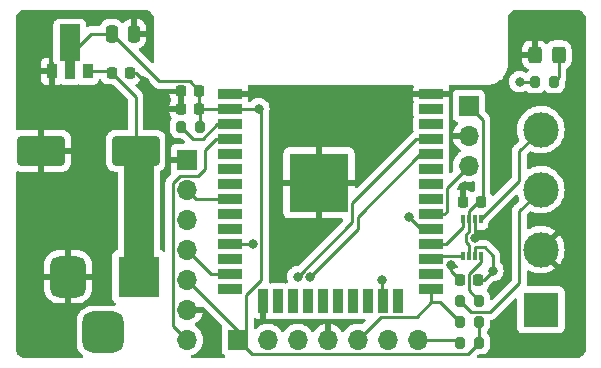
<source format=gbr>
%TF.GenerationSoftware,KiCad,Pcbnew,(6.0.9)*%
%TF.CreationDate,2023-01-18T13:19:17+01:00*%
%TF.ProjectId,WLED_All-in-one_ESP32_Controller,574c4544-5f41-46c6-9c2d-696e2d6f6e65,rev?*%
%TF.SameCoordinates,Original*%
%TF.FileFunction,Copper,L1,Top*%
%TF.FilePolarity,Positive*%
%FSLAX46Y46*%
G04 Gerber Fmt 4.6, Leading zero omitted, Abs format (unit mm)*
G04 Created by KiCad (PCBNEW (6.0.9)) date 2023-01-18 13:19:17*
%MOMM*%
%LPD*%
G01*
G04 APERTURE LIST*
G04 Aperture macros list*
%AMRoundRect*
0 Rectangle with rounded corners*
0 $1 Rounding radius*
0 $2 $3 $4 $5 $6 $7 $8 $9 X,Y pos of 4 corners*
0 Add a 4 corners polygon primitive as box body*
4,1,4,$2,$3,$4,$5,$6,$7,$8,$9,$2,$3,0*
0 Add four circle primitives for the rounded corners*
1,1,$1+$1,$2,$3*
1,1,$1+$1,$4,$5*
1,1,$1+$1,$6,$7*
1,1,$1+$1,$8,$9*
0 Add four rect primitives between the rounded corners*
20,1,$1+$1,$2,$3,$4,$5,0*
20,1,$1+$1,$4,$5,$6,$7,0*
20,1,$1+$1,$6,$7,$8,$9,0*
20,1,$1+$1,$8,$9,$2,$3,0*%
%AMFreePoly0*
4,1,9,3.862500,-0.866500,0.737500,-0.866500,0.737500,-0.450000,-0.737500,-0.450000,-0.737500,0.450000,0.737500,0.450000,0.737500,0.866500,3.862500,0.866500,3.862500,-0.866500,3.862500,-0.866500,$1*%
G04 Aperture macros list end*
%TA.AperFunction,SMDPad,CuDef*%
%ADD10RoundRect,0.225000X0.225000X0.250000X-0.225000X0.250000X-0.225000X-0.250000X0.225000X-0.250000X0*%
%TD*%
%TA.AperFunction,SMDPad,CuDef*%
%ADD11R,0.900000X1.300000*%
%TD*%
%TA.AperFunction,SMDPad,CuDef*%
%ADD12FreePoly0,90.000000*%
%TD*%
%TA.AperFunction,SMDPad,CuDef*%
%ADD13R,0.300000X0.800000*%
%TD*%
%TA.AperFunction,ComponentPad*%
%ADD14R,3.500000X3.500000*%
%TD*%
%TA.AperFunction,ComponentPad*%
%ADD15RoundRect,0.750000X-0.750000X-1.000000X0.750000X-1.000000X0.750000X1.000000X-0.750000X1.000000X0*%
%TD*%
%TA.AperFunction,ComponentPad*%
%ADD16RoundRect,0.875000X-0.875000X-0.875000X0.875000X-0.875000X0.875000X0.875000X-0.875000X0.875000X0*%
%TD*%
%TA.AperFunction,SMDPad,CuDef*%
%ADD17RoundRect,0.200000X-0.200000X-0.275000X0.200000X-0.275000X0.200000X0.275000X-0.200000X0.275000X0*%
%TD*%
%TA.AperFunction,SMDPad,CuDef*%
%ADD18RoundRect,0.225000X-0.225000X-0.250000X0.225000X-0.250000X0.225000X0.250000X-0.225000X0.250000X0*%
%TD*%
%TA.AperFunction,SMDPad,CuDef*%
%ADD19RoundRect,0.250000X-0.250000X-0.475000X0.250000X-0.475000X0.250000X0.475000X-0.250000X0.475000X0*%
%TD*%
%TA.AperFunction,ComponentPad*%
%ADD20R,3.000000X3.000000*%
%TD*%
%TA.AperFunction,ComponentPad*%
%ADD21C,3.000000*%
%TD*%
%TA.AperFunction,ComponentPad*%
%ADD22R,1.700000X1.700000*%
%TD*%
%TA.AperFunction,ComponentPad*%
%ADD23O,1.700000X1.700000*%
%TD*%
%TA.AperFunction,SMDPad,CuDef*%
%ADD24RoundRect,0.200000X0.200000X0.275000X-0.200000X0.275000X-0.200000X-0.275000X0.200000X-0.275000X0*%
%TD*%
%TA.AperFunction,SMDPad,CuDef*%
%ADD25R,2.000000X0.900000*%
%TD*%
%TA.AperFunction,SMDPad,CuDef*%
%ADD26R,0.900000X2.000000*%
%TD*%
%TA.AperFunction,SMDPad,CuDef*%
%ADD27R,5.000000X5.000000*%
%TD*%
%TA.AperFunction,SMDPad,CuDef*%
%ADD28RoundRect,0.250000X-0.325000X-0.450000X0.325000X-0.450000X0.325000X0.450000X-0.325000X0.450000X0*%
%TD*%
%TA.AperFunction,SMDPad,CuDef*%
%ADD29RoundRect,0.250000X1.750000X1.000000X-1.750000X1.000000X-1.750000X-1.000000X1.750000X-1.000000X0*%
%TD*%
%TA.AperFunction,ViaPad*%
%ADD30C,0.800000*%
%TD*%
%TA.AperFunction,Conductor*%
%ADD31C,0.250000*%
%TD*%
%TA.AperFunction,Conductor*%
%ADD32C,2.500000*%
%TD*%
G04 APERTURE END LIST*
D10*
%TO.P,C7,1*%
%TO.N,+5V*%
X167920000Y-94742000D03*
%TO.P,C7,2*%
%TO.N,GND*%
X166370000Y-94742000D03*
%TD*%
D11*
%TO.P,U1,1,GND*%
%TO.N,GND*%
X131850000Y-77088000D03*
D12*
%TO.P,U1,2,VO*%
%TO.N,+3V3*%
X133350000Y-77000500D03*
D11*
%TO.P,U1,3,VI*%
%TO.N,+5V*%
X134850000Y-77088000D03*
%TD*%
D13*
%TO.P,U3,1,B2*%
%TO.N,OUT2*%
X168136000Y-89636000D03*
%TO.P,U3,2,GND*%
%TO.N,GND*%
X167636000Y-89636000D03*
%TO.P,U3,3,VCCA*%
%TO.N,+3V3*%
X167136000Y-89636000D03*
%TO.P,U3,4,A2*%
%TO.N,DATA2*%
X166636000Y-89636000D03*
%TO.P,U3,5,A1*%
%TO.N,DATA1*%
X166636000Y-92736000D03*
%TO.P,U3,6,OE*%
%TO.N,+3V3*%
X167136000Y-92736000D03*
%TO.P,U3,7,VCCB*%
%TO.N,+5V*%
X167636000Y-92736000D03*
%TO.P,U3,8,B1*%
%TO.N,Net-(R5-Pad2)*%
X168136000Y-92736000D03*
%TD*%
D14*
%TO.P,J2,1*%
%TO.N,+5V*%
X139192000Y-94488000D03*
D15*
%TO.P,J2,2*%
%TO.N,GND*%
X133192000Y-94488000D03*
D16*
%TO.P,J2,3*%
%TO.N,N/C*%
X136192000Y-99188000D03*
%TD*%
D10*
%TO.P,C6,1*%
%TO.N,+3V3*%
X168161000Y-88138000D03*
%TO.P,C6,2*%
%TO.N,GND*%
X166611000Y-88138000D03*
%TD*%
D17*
%TO.P,R5,1*%
%TO.N,OUT1*%
X166370000Y-96520000D03*
%TO.P,R5,2*%
%TO.N,Net-(R5-Pad2)*%
X168020000Y-96520000D03*
%TD*%
D18*
%TO.P,C2,1*%
%TO.N,+5V*%
X136906000Y-77216000D03*
%TO.P,C2,2*%
%TO.N,GND*%
X138456000Y-77216000D03*
%TD*%
D19*
%TO.P,C3,1*%
%TO.N,+3V3*%
X136906000Y-73914000D03*
%TO.P,C3,2*%
%TO.N,GND*%
X138806000Y-73914000D03*
%TD*%
D20*
%TO.P,J3,1,Pin_1*%
%TO.N,+5V*%
X173228000Y-97282000D03*
D21*
%TO.P,J3,2,Pin_2*%
%TO.N,GND*%
X173228000Y-92202000D03*
%TO.P,J3,3,Pin_3*%
%TO.N,OUT1*%
X173228000Y-87122000D03*
%TO.P,J3,4,Pin_4*%
%TO.N,OUT2*%
X173228000Y-82042000D03*
%TD*%
D22*
%TO.P,J4,1,Pin_1*%
%TO.N,+3V3*%
X167132000Y-80010000D03*
D23*
%TO.P,J4,2,Pin_2*%
%TO.N,GND*%
X167132000Y-82550000D03*
%TO.P,J4,3,Pin_3*%
%TO.N,IR*%
X167132000Y-85090000D03*
%TD*%
D22*
%TO.P,J1,1,Pin_1*%
%TO.N,+3V3*%
X147569000Y-99822000D03*
D23*
%TO.P,J1,2,Pin_2*%
%TO.N,TX*%
X150109000Y-99822000D03*
%TO.P,J1,3,Pin_3*%
%TO.N,RX*%
X152649000Y-99822000D03*
%TO.P,J1,4,Pin_4*%
%TO.N,GND*%
X155189000Y-99822000D03*
%TO.P,J1,5,Pin_5*%
%TO.N,IO0*%
X157729000Y-99822000D03*
%TO.P,J1,6,Pin_6*%
%TO.N,GND*%
X160269000Y-99822000D03*
%TO.P,J1,7,Pin_7*%
%TO.N,Button*%
X162809000Y-99822000D03*
%TD*%
D24*
%TO.P,R1,1*%
%TO.N,+3V3*%
X144398000Y-81788000D03*
%TO.P,R1,2*%
%TO.N,Net-(R1-Pad2)*%
X142748000Y-81788000D03*
%TD*%
%TO.P,R3,1*%
%TO.N,+3V3*%
X168020000Y-100076000D03*
%TO.P,R3,2*%
%TO.N,Button*%
X166370000Y-100076000D03*
%TD*%
D17*
%TO.P,R4,1*%
%TO.N,LED*%
X172720000Y-77978000D03*
%TO.P,R4,2*%
%TO.N,Net-(D1-Pad2)*%
X174370000Y-77978000D03*
%TD*%
D22*
%TO.P,J5,1,Pin_1*%
%TO.N,GND*%
X143256000Y-84577000D03*
D23*
%TO.P,J5,2,Pin_2*%
%TO.N,MIC_SD*%
X143256000Y-87117000D03*
%TO.P,J5,3,Pin_3*%
%TO.N,MIC_WS*%
X143256000Y-89657000D03*
%TO.P,J5,4,Pin_4*%
%TO.N,MIC_SCK*%
X143256000Y-92197000D03*
%TO.P,J5,5,Pin_5*%
%TO.N,+3V3*%
X143256000Y-94737000D03*
%TO.P,J5,6,Pin_6*%
%TO.N,GND*%
X143256000Y-97277000D03*
%TO.P,J5,7,Pin_7*%
%TO.N,ADC1*%
X143256000Y-99817000D03*
%TD*%
D25*
%TO.P,U2,1,GND*%
%TO.N,GND*%
X146948000Y-79037000D03*
%TO.P,U2,2,VDD*%
%TO.N,+3V3*%
X146948000Y-80307000D03*
%TO.P,U2,3,EN*%
%TO.N,Net-(R1-Pad2)*%
X146948000Y-81577000D03*
%TO.P,U2,4,SENSOR_VP*%
%TO.N,ADC1*%
X146948000Y-82847000D03*
%TO.P,U2,5,SENSOR_VN*%
%TO.N,unconnected-(U2-Pad5)*%
X146948000Y-84117000D03*
%TO.P,U2,6,IO34*%
%TO.N,unconnected-(U2-Pad6)*%
X146948000Y-85387000D03*
%TO.P,U2,7,IO35*%
%TO.N,unconnected-(U2-Pad7)*%
X146948000Y-86657000D03*
%TO.P,U2,8,IO32*%
%TO.N,MIC_SD*%
X146948000Y-87927000D03*
%TO.P,U2,9,IO33*%
%TO.N,unconnected-(U2-Pad9)*%
X146948000Y-89197000D03*
%TO.P,U2,10,IO25*%
%TO.N,unconnected-(U2-Pad10)*%
X146948000Y-90467000D03*
%TO.P,U2,11,IO26*%
%TO.N,Button*%
X146948000Y-91737000D03*
%TO.P,U2,12,IO27*%
%TO.N,unconnected-(U2-Pad12)*%
X146948000Y-93007000D03*
%TO.P,U2,13,IO14*%
%TO.N,MIC_SCK*%
X146948000Y-94277000D03*
%TO.P,U2,14,IO12*%
%TO.N,unconnected-(U2-Pad14)*%
X146948000Y-95547000D03*
D26*
%TO.P,U2,15,GND*%
%TO.N,GND*%
X149733000Y-96547000D03*
%TO.P,U2,16,IO13*%
%TO.N,unconnected-(U2-Pad16)*%
X151003000Y-96547000D03*
%TO.P,U2,17,SHD/SD2*%
%TO.N,unconnected-(U2-Pad17)*%
X152273000Y-96547000D03*
%TO.P,U2,18,SWP/SD3*%
%TO.N,unconnected-(U2-Pad18)*%
X153543000Y-96547000D03*
%TO.P,U2,19,SCS/CMD*%
%TO.N,unconnected-(U2-Pad19)*%
X154813000Y-96547000D03*
%TO.P,U2,20,SCK/CLK*%
%TO.N,unconnected-(U2-Pad20)*%
X156083000Y-96547000D03*
%TO.P,U2,21,SDO/SD0*%
%TO.N,unconnected-(U2-Pad21)*%
X157353000Y-96547000D03*
%TO.P,U2,22,SDI/SD1*%
%TO.N,unconnected-(U2-Pad22)*%
X158623000Y-96547000D03*
%TO.P,U2,23,IO15*%
%TO.N,MIC_WS*%
X159893000Y-96547000D03*
%TO.P,U2,24,IO2*%
%TO.N,unconnected-(U2-Pad24)*%
X161163000Y-96547000D03*
D25*
%TO.P,U2,25,IO0*%
%TO.N,IO0*%
X163948000Y-95547000D03*
%TO.P,U2,26,IO4*%
%TO.N,unconnected-(U2-Pad26)*%
X163948000Y-94277000D03*
%TO.P,U2,27,IO16*%
%TO.N,DATA1*%
X163948000Y-93007000D03*
%TO.P,U2,28,IO17*%
%TO.N,DATA2*%
X163948000Y-91737000D03*
%TO.P,U2,29,IO5*%
%TO.N,LED*%
X163948000Y-90467000D03*
%TO.P,U2,30,IO18*%
%TO.N,IR*%
X163948000Y-89197000D03*
%TO.P,U2,31,IO19*%
%TO.N,unconnected-(U2-Pad31)*%
X163948000Y-87927000D03*
%TO.P,U2,32,NC*%
%TO.N,unconnected-(U2-Pad32)*%
X163948000Y-86657000D03*
%TO.P,U2,33,IO21*%
%TO.N,unconnected-(U2-Pad33)*%
X163948000Y-85387000D03*
%TO.P,U2,34,RXD0/IO3*%
%TO.N,RX*%
X163948000Y-84117000D03*
%TO.P,U2,35,TXD0/IO1*%
%TO.N,TX*%
X163948000Y-82847000D03*
%TO.P,U2,36,IO22*%
%TO.N,unconnected-(U2-Pad36)*%
X163948000Y-81577000D03*
%TO.P,U2,37,IO23*%
%TO.N,unconnected-(U2-Pad37)*%
X163948000Y-80307000D03*
%TO.P,U2,38,GND*%
%TO.N,GND*%
X163948000Y-79037000D03*
D27*
%TO.P,U2,39,GND*%
X154448000Y-86537000D03*
%TD*%
D28*
%TO.P,D1,1,K*%
%TO.N,GND*%
X172702000Y-75692000D03*
%TO.P,D1,2,A*%
%TO.N,Net-(D1-Pad2)*%
X174752000Y-75692000D03*
%TD*%
D24*
%TO.P,R2,1*%
%TO.N,+3V3*%
X168020000Y-98298000D03*
%TO.P,R2,2*%
%TO.N,IO0*%
X166370000Y-98298000D03*
%TD*%
D29*
%TO.P,C1,1*%
%TO.N,+5V*%
X138938000Y-83820000D03*
%TO.P,C1,2*%
%TO.N,GND*%
X130938000Y-83820000D03*
%TD*%
D18*
%TO.P,C4,1*%
%TO.N,GND*%
X142748000Y-78740000D03*
%TO.P,C4,2*%
%TO.N,+3V3*%
X144298000Y-78740000D03*
%TD*%
%TO.P,C5,1*%
%TO.N,GND*%
X142748000Y-80264000D03*
%TO.P,C5,2*%
%TO.N,+3V3*%
X144298000Y-80264000D03*
%TD*%
D30*
%TO.N,+5V*%
X169164000Y-93980000D03*
%TO.N,+3V3*%
X149352000Y-80264000D03*
%TO.N,GND*%
X139700000Y-77978000D03*
X165608000Y-93472000D03*
X167640000Y-91186000D03*
X166624000Y-86868000D03*
%TO.N,RX*%
X153670000Y-94488000D03*
%TO.N,TX*%
X152654000Y-94488000D03*
%TO.N,MIC_WS*%
X159766000Y-94742000D03*
%TO.N,Button*%
X148844000Y-91694000D03*
%TO.N,LED*%
X162052000Y-89408000D03*
X171450000Y-77978000D03*
%TD*%
D31*
%TO.N,+5V*%
X167636000Y-92036978D02*
X167661489Y-92011489D01*
X168402000Y-94742000D02*
X169164000Y-93980000D01*
X168465489Y-92011489D02*
X169164000Y-92710000D01*
X136778000Y-77088000D02*
X136906000Y-77216000D01*
X167661489Y-92011489D02*
X168465489Y-92011489D01*
X134850000Y-77088000D02*
X136778000Y-77088000D01*
D32*
X139192000Y-84074000D02*
X138938000Y-83820000D01*
D31*
X167920000Y-94742000D02*
X168402000Y-94742000D01*
X138938000Y-79248000D02*
X138938000Y-83820000D01*
D32*
X139192000Y-94488000D02*
X139192000Y-84074000D01*
D31*
X167636000Y-92736000D02*
X167636000Y-92036978D01*
X136906000Y-77216000D02*
X138938000Y-79248000D01*
X169164000Y-92710000D02*
X169164000Y-93980000D01*
%TO.N,+3V3*%
X133350000Y-75692000D02*
X135128000Y-73914000D01*
X167136000Y-91761489D02*
X167136000Y-92736000D01*
X168306511Y-87992489D02*
X168161000Y-88138000D01*
X144398000Y-80364000D02*
X144298000Y-80264000D01*
X136906000Y-73914000D02*
X140932480Y-77940480D01*
X133350000Y-77000500D02*
X133350000Y-75692000D01*
X148743511Y-100996511D02*
X167099489Y-100996511D01*
X140932480Y-77940480D02*
X143498480Y-77940480D01*
X167099489Y-100996511D02*
X168020000Y-100076000D01*
X143256000Y-94737000D02*
X147569000Y-99050000D01*
X149568511Y-80480511D02*
X149568511Y-94779489D01*
X149352000Y-80264000D02*
X149568511Y-80480511D01*
X167136000Y-88936978D02*
X167136000Y-89636000D01*
X167136000Y-90665386D02*
X166915489Y-90885897D01*
X167136000Y-89636000D02*
X167136000Y-90665386D01*
X149309000Y-80307000D02*
X149352000Y-80264000D01*
X146948000Y-80307000D02*
X149309000Y-80307000D01*
X144298000Y-80264000D02*
X144341000Y-80307000D01*
X147569000Y-99050000D02*
X147569000Y-99822000D01*
X168161000Y-88138000D02*
X167934978Y-88138000D01*
X144398000Y-81788000D02*
X144398000Y-80364000D01*
X144341000Y-80307000D02*
X146948000Y-80307000D01*
X143498480Y-77940480D02*
X144298000Y-78740000D01*
X149568511Y-94779489D02*
X148272511Y-96075489D01*
X168020000Y-100076000D02*
X168020000Y-98298000D01*
X166915489Y-90885897D02*
X166915489Y-91540978D01*
X135128000Y-73914000D02*
X136906000Y-73914000D01*
X168306511Y-81184511D02*
X168306511Y-87992489D01*
X167934978Y-88138000D02*
X167136000Y-88936978D01*
X148272511Y-96075489D02*
X148272511Y-99118489D01*
X147569000Y-99822000D02*
X148272511Y-99118489D01*
X147569000Y-99822000D02*
X148743511Y-100996511D01*
X166915489Y-91540978D02*
X167136000Y-91761489D01*
X167132000Y-80010000D02*
X168306511Y-81184511D01*
X144298000Y-80264000D02*
X144298000Y-78740000D01*
%TO.N,GND*%
X138938000Y-77216000D02*
X139700000Y-77978000D01*
X167640000Y-91186000D02*
X167640000Y-89640000D01*
X138456000Y-77216000D02*
X138938000Y-77216000D01*
X167640000Y-89640000D02*
X167636000Y-89636000D01*
X165608000Y-93472000D02*
X165608000Y-93980000D01*
X165608000Y-93980000D02*
X166370000Y-94742000D01*
%TO.N,RX*%
X163025000Y-84117000D02*
X163948000Y-84117000D01*
X153670000Y-94488000D02*
X157722031Y-90435969D01*
X157722031Y-89419969D02*
X163025000Y-84117000D01*
X157722031Y-90435969D02*
X157722031Y-89419969D01*
%TO.N,TX*%
X162698000Y-82847000D02*
X157272511Y-88272489D01*
X157272511Y-88272489D02*
X157272511Y-89860875D01*
X152654000Y-94479386D02*
X152654000Y-94488000D01*
X163948000Y-82847000D02*
X162698000Y-82847000D01*
X157272511Y-89860875D02*
X152654000Y-94479386D01*
%TO.N,MIC_SD*%
X144066000Y-87927000D02*
X143256000Y-87117000D01*
X146948000Y-87927000D02*
X144066000Y-87927000D01*
%TO.N,MIC_WS*%
X159766000Y-96420000D02*
X159893000Y-96547000D01*
X159766000Y-94742000D02*
X159766000Y-96420000D01*
%TO.N,MIC_SCK*%
X143256000Y-92197000D02*
X145336000Y-94277000D01*
X145336000Y-94277000D02*
X146948000Y-94277000D01*
%TO.N,IO0*%
X157729000Y-99822000D02*
X159679489Y-97871511D01*
X163948000Y-96656000D02*
X164728000Y-96656000D01*
X159679489Y-97871511D02*
X162732489Y-97871511D01*
X162732489Y-97871511D02*
X163948000Y-96656000D01*
X163948000Y-96656000D02*
X163948000Y-95547000D01*
X164728000Y-96656000D02*
X166370000Y-98298000D01*
%TO.N,Net-(R5-Pad2)*%
X167144520Y-95644520D02*
X168020000Y-96520000D01*
X168136000Y-93272902D02*
X167144520Y-94264382D01*
X167144520Y-94264382D02*
X167144520Y-95644520D01*
X168136000Y-92736000D02*
X168136000Y-93272902D01*
%TO.N,OUT1*%
X168947520Y-97498480D02*
X171403489Y-95042511D01*
X171403489Y-95042511D02*
X171403489Y-88946511D01*
X167348480Y-97498480D02*
X168947520Y-97498480D01*
X171403489Y-88946511D02*
X173228000Y-87122000D01*
X166370000Y-96520000D02*
X167348480Y-97498480D01*
%TO.N,DATA2*%
X165198000Y-91737000D02*
X166636000Y-90299000D01*
X166636000Y-90299000D02*
X166636000Y-89636000D01*
X163948000Y-91737000D02*
X165198000Y-91737000D01*
%TO.N,DATA1*%
X166636000Y-92736000D02*
X164219000Y-92736000D01*
X164219000Y-92736000D02*
X163948000Y-93007000D01*
%TO.N,OUT2*%
X171403489Y-86368511D02*
X168136000Y-89636000D01*
X171403489Y-83866511D02*
X171403489Y-86368511D01*
X173228000Y-82042000D02*
X171403489Y-83866511D01*
%TO.N,IR*%
X165057000Y-89197000D02*
X163948000Y-89197000D01*
X165272511Y-88981489D02*
X165057000Y-89197000D01*
X165272511Y-86949489D02*
X165272511Y-88981489D01*
X167132000Y-85090000D02*
X165272511Y-86949489D01*
%TO.N,Button*%
X166116000Y-99822000D02*
X166370000Y-100076000D01*
X148801000Y-91737000D02*
X148844000Y-91694000D01*
X146948000Y-91737000D02*
X148801000Y-91737000D01*
X162809000Y-99822000D02*
X166116000Y-99822000D01*
%TO.N,ADC1*%
X142081489Y-86518511D02*
X142081489Y-98642489D01*
X144239533Y-85942489D02*
X142657511Y-85942489D01*
X145698000Y-82847000D02*
X144780000Y-83765000D01*
X144780000Y-83765000D02*
X144780000Y-85402022D01*
X142081489Y-98642489D02*
X143256000Y-99817000D01*
X144780000Y-85402022D02*
X144239533Y-85942489D01*
X146948000Y-82847000D02*
X145698000Y-82847000D01*
X142657511Y-85942489D02*
X142081489Y-86518511D01*
%TO.N,Net-(R1-Pad2)*%
X144598783Y-82804000D02*
X143764000Y-82804000D01*
X143764000Y-82804000D02*
X142748000Y-81788000D01*
X146948000Y-81577000D02*
X145825783Y-81577000D01*
X145825783Y-81577000D02*
X144598783Y-82804000D01*
%TO.N,LED*%
X171450000Y-77978000D02*
X172720000Y-77978000D01*
X163111000Y-90467000D02*
X163948000Y-90467000D01*
X162052000Y-89408000D02*
X163111000Y-90467000D01*
%TO.N,Net-(D1-Pad2)*%
X174752000Y-75692000D02*
X174752000Y-77596000D01*
X174752000Y-77596000D02*
X174370000Y-77978000D01*
%TD*%
%TA.AperFunction,Conductor*%
%TO.N,GND*%
G36*
X144592459Y-97027775D02*
G01*
X144629133Y-97027792D01*
X144682672Y-97059576D01*
X145533356Y-97910261D01*
X146232836Y-98609741D01*
X146266862Y-98672053D01*
X146261723Y-98743066D01*
X146217255Y-98861684D01*
X146210500Y-98923866D01*
X146210500Y-100720134D01*
X146217255Y-100782316D01*
X146268385Y-100918705D01*
X146355739Y-101035261D01*
X146459293Y-101112870D01*
X146467037Y-101118674D01*
X146509552Y-101175533D01*
X146514578Y-101246352D01*
X146480518Y-101308645D01*
X146418187Y-101342635D01*
X146391472Y-101345500D01*
X143747461Y-101345500D01*
X143679340Y-101325498D01*
X143632847Y-101271842D01*
X143622743Y-101201568D01*
X143652237Y-101136988D01*
X143711253Y-101098814D01*
X143748429Y-101087661D01*
X143748434Y-101087659D01*
X143753384Y-101086174D01*
X143953994Y-100987896D01*
X144135860Y-100858173D01*
X144156352Y-100837753D01*
X144290435Y-100704137D01*
X144294096Y-100700489D01*
X144329517Y-100651196D01*
X144421435Y-100523277D01*
X144424453Y-100519077D01*
X144459395Y-100448378D01*
X144521136Y-100323453D01*
X144521137Y-100323451D01*
X144523430Y-100318811D01*
X144588370Y-100105069D01*
X144617529Y-99883590D01*
X144619156Y-99817000D01*
X144600852Y-99594361D01*
X144546431Y-99377702D01*
X144457354Y-99172840D01*
X144364109Y-99028705D01*
X144338822Y-98989617D01*
X144338820Y-98989614D01*
X144336014Y-98985277D01*
X144185670Y-98820051D01*
X144181619Y-98816852D01*
X144181615Y-98816848D01*
X144014414Y-98684800D01*
X144014410Y-98684798D01*
X144010359Y-98681598D01*
X144004532Y-98678381D01*
X143968569Y-98658529D01*
X143918598Y-98608097D01*
X143903826Y-98538654D01*
X143928942Y-98472248D01*
X143956294Y-98445641D01*
X144131328Y-98320792D01*
X144139200Y-98314139D01*
X144290052Y-98163812D01*
X144296730Y-98155965D01*
X144421003Y-97983020D01*
X144426313Y-97974183D01*
X144520670Y-97783267D01*
X144524469Y-97773672D01*
X144586377Y-97569910D01*
X144588555Y-97559837D01*
X144589986Y-97548962D01*
X144587775Y-97534778D01*
X144574617Y-97531000D01*
X143128000Y-97531000D01*
X143059879Y-97510998D01*
X143013386Y-97457342D01*
X143002000Y-97405000D01*
X143002000Y-97149000D01*
X143022002Y-97080879D01*
X143075658Y-97034386D01*
X143128000Y-97023000D01*
X144592459Y-97023000D01*
X144592459Y-97027775D01*
G37*
%TD.AperFunction*%
%TA.AperFunction,Conductor*%
G36*
X176246018Y-71884000D02*
G01*
X176260852Y-71886310D01*
X176260855Y-71886310D01*
X176269724Y-71887691D01*
X176279659Y-71886392D01*
X176280746Y-71886250D01*
X176309431Y-71885793D01*
X176382741Y-71893013D01*
X176412212Y-71895916D01*
X176436432Y-71900733D01*
X176555546Y-71936866D01*
X176578355Y-71946315D01*
X176688124Y-72004987D01*
X176708655Y-72018705D01*
X176804876Y-72097671D01*
X176822329Y-72115124D01*
X176901295Y-72211345D01*
X176915013Y-72231876D01*
X176973685Y-72341645D01*
X176983134Y-72364454D01*
X177019267Y-72483568D01*
X177024084Y-72507789D01*
X177033541Y-72603809D01*
X177033091Y-72619868D01*
X177033800Y-72619877D01*
X177033690Y-72628853D01*
X177032309Y-72637724D01*
X177033473Y-72646626D01*
X177033473Y-72646628D01*
X177036436Y-72669283D01*
X177037500Y-72685621D01*
X177037500Y-100534633D01*
X177036000Y-100554018D01*
X177032309Y-100577724D01*
X177033473Y-100586626D01*
X177033750Y-100588746D01*
X177034207Y-100617431D01*
X177030215Y-100657966D01*
X177024084Y-100720212D01*
X177019267Y-100744432D01*
X176983134Y-100863546D01*
X176973685Y-100886355D01*
X176915013Y-100996124D01*
X176901295Y-101016655D01*
X176822329Y-101112876D01*
X176804876Y-101130329D01*
X176708655Y-101209295D01*
X176688124Y-101223013D01*
X176578355Y-101281685D01*
X176555546Y-101291134D01*
X176436432Y-101327267D01*
X176412211Y-101332084D01*
X176316191Y-101341541D01*
X176300132Y-101341091D01*
X176300123Y-101341800D01*
X176291147Y-101341690D01*
X176282276Y-101340309D01*
X176273374Y-101341473D01*
X176273372Y-101341473D01*
X176260856Y-101343110D01*
X176250714Y-101344436D01*
X176234379Y-101345500D01*
X167950594Y-101345500D01*
X167882473Y-101325498D01*
X167835980Y-101271842D01*
X167825876Y-101201568D01*
X167855370Y-101136988D01*
X167861499Y-101130405D01*
X167895499Y-101096405D01*
X167957811Y-101062379D01*
X167984594Y-101059500D01*
X168258614Y-101059499D01*
X168276634Y-101059499D01*
X168279492Y-101059236D01*
X168279501Y-101059236D01*
X168315004Y-101055974D01*
X168350062Y-101052753D01*
X168356441Y-101050754D01*
X168506450Y-101003744D01*
X168506452Y-101003743D01*
X168513699Y-101001472D01*
X168660381Y-100912639D01*
X168781639Y-100791381D01*
X168870472Y-100644699D01*
X168876096Y-100626755D01*
X168898890Y-100554018D01*
X168921753Y-100481062D01*
X168928500Y-100407635D01*
X168928500Y-100076000D01*
X168928499Y-99747249D01*
X168928499Y-99744366D01*
X168921753Y-99670938D01*
X168919754Y-99664559D01*
X168872744Y-99514550D01*
X168872743Y-99514548D01*
X168870472Y-99507301D01*
X168781639Y-99360619D01*
X168697115Y-99276095D01*
X168663089Y-99213783D01*
X168668154Y-99142968D01*
X168697115Y-99097905D01*
X168781639Y-99013381D01*
X168870472Y-98866699D01*
X168874363Y-98854285D01*
X168909432Y-98742378D01*
X168921753Y-98703062D01*
X168928500Y-98629635D01*
X168928499Y-98254594D01*
X168948501Y-98186475D01*
X169002156Y-98139982D01*
X169034786Y-98130147D01*
X169039489Y-98129402D01*
X169047409Y-98129153D01*
X169066863Y-98123501D01*
X169086220Y-98119493D01*
X169098450Y-98117948D01*
X169098451Y-98117948D01*
X169106317Y-98116954D01*
X169113688Y-98114035D01*
X169113690Y-98114035D01*
X169147432Y-98100676D01*
X169158662Y-98096831D01*
X169193503Y-98086709D01*
X169193504Y-98086709D01*
X169201113Y-98084498D01*
X169207932Y-98080465D01*
X169207937Y-98080463D01*
X169218548Y-98074187D01*
X169236296Y-98065492D01*
X169255137Y-98058032D01*
X169271737Y-98045972D01*
X169290907Y-98032044D01*
X169300827Y-98025528D01*
X169332055Y-98007060D01*
X169332058Y-98007058D01*
X169338882Y-98003022D01*
X169353203Y-97988701D01*
X169368237Y-97975860D01*
X169378214Y-97968611D01*
X169384627Y-97963952D01*
X169412818Y-97929875D01*
X169420808Y-97921096D01*
X171004405Y-96337499D01*
X171066717Y-96303473D01*
X171137532Y-96308538D01*
X171194368Y-96351085D01*
X171219179Y-96417605D01*
X171219500Y-96426594D01*
X171219500Y-98830134D01*
X171226255Y-98892316D01*
X171277385Y-99028705D01*
X171364739Y-99145261D01*
X171481295Y-99232615D01*
X171617684Y-99283745D01*
X171679866Y-99290500D01*
X174776134Y-99290500D01*
X174838316Y-99283745D01*
X174974705Y-99232615D01*
X175091261Y-99145261D01*
X175178615Y-99028705D01*
X175229745Y-98892316D01*
X175236500Y-98830134D01*
X175236500Y-95733866D01*
X175229745Y-95671684D01*
X175178615Y-95535295D01*
X175091261Y-95418739D01*
X174974705Y-95331385D01*
X174838316Y-95280255D01*
X174776134Y-95273500D01*
X172159836Y-95273500D01*
X172091715Y-95253498D01*
X172045222Y-95199842D01*
X172034830Y-95131708D01*
X172035018Y-95130216D01*
X172036989Y-95122541D01*
X172036989Y-95102287D01*
X172038540Y-95082576D01*
X172040469Y-95070397D01*
X172041709Y-95062568D01*
X172037548Y-95018549D01*
X172036989Y-95006692D01*
X172036989Y-94053075D01*
X172056991Y-93984954D01*
X172110647Y-93938461D01*
X172180921Y-93928357D01*
X172229944Y-93946337D01*
X172273265Y-93973512D01*
X172280807Y-93977556D01*
X172522520Y-94086694D01*
X172530551Y-94089680D01*
X172784832Y-94165002D01*
X172793184Y-94166869D01*
X173055340Y-94206984D01*
X173063874Y-94207700D01*
X173329045Y-94211867D01*
X173337596Y-94211418D01*
X173600883Y-94179557D01*
X173609284Y-94177955D01*
X173865824Y-94110653D01*
X173873926Y-94107926D01*
X174118949Y-94006434D01*
X174126617Y-94002628D01*
X174355598Y-93868822D01*
X174362679Y-93864009D01*
X174442655Y-93801301D01*
X174451125Y-93789442D01*
X174444608Y-93777818D01*
X172957885Y-92291095D01*
X172923859Y-92228783D01*
X172925694Y-92203132D01*
X173592408Y-92203132D01*
X173592539Y-92204965D01*
X173596790Y-92211580D01*
X174803730Y-93418520D01*
X174815939Y-93425187D01*
X174827439Y-93416497D01*
X174924831Y-93283913D01*
X174929418Y-93276685D01*
X175055962Y-93043621D01*
X175059530Y-93035827D01*
X175153271Y-92787750D01*
X175155748Y-92779544D01*
X175214954Y-92521038D01*
X175216294Y-92512577D01*
X175240031Y-92246616D01*
X175240277Y-92241677D01*
X175240666Y-92204485D01*
X175240523Y-92199519D01*
X175222362Y-91933123D01*
X175221201Y-91924649D01*
X175167419Y-91664944D01*
X175165120Y-91656709D01*
X175076588Y-91406705D01*
X175073191Y-91398854D01*
X174951550Y-91163178D01*
X174947122Y-91155866D01*
X174828031Y-90986417D01*
X174817509Y-90978037D01*
X174804121Y-90985089D01*
X173600022Y-92189188D01*
X173592408Y-92203132D01*
X172925694Y-92203132D01*
X172928924Y-92157968D01*
X172957885Y-92112905D01*
X174444604Y-90626186D01*
X174451795Y-90613017D01*
X174444473Y-90602780D01*
X174397233Y-90564115D01*
X174390261Y-90559160D01*
X174164122Y-90420582D01*
X174156552Y-90416624D01*
X173913704Y-90310022D01*
X173905644Y-90307120D01*
X173650592Y-90234467D01*
X173642214Y-90232685D01*
X173379656Y-90195318D01*
X173371111Y-90194691D01*
X173105908Y-90193302D01*
X173097374Y-90193839D01*
X172834433Y-90228456D01*
X172826035Y-90230149D01*
X172570238Y-90300127D01*
X172562143Y-90302946D01*
X172318199Y-90406997D01*
X172310576Y-90410881D01*
X172227695Y-90460484D01*
X172158971Y-90478304D01*
X172091523Y-90456140D01*
X172046765Y-90401029D01*
X172036989Y-90352368D01*
X172036989Y-89261105D01*
X172056991Y-89192984D01*
X172073894Y-89172010D01*
X172265382Y-88980522D01*
X172327694Y-88946496D01*
X172398509Y-88951561D01*
X172406328Y-88954780D01*
X172522345Y-89007164D01*
X172522349Y-89007166D01*
X172526257Y-89008930D01*
X172530377Y-89010150D01*
X172530376Y-89010150D01*
X172784723Y-89085491D01*
X172784727Y-89085492D01*
X172788836Y-89086709D01*
X172793070Y-89087357D01*
X172793075Y-89087358D01*
X173055298Y-89127483D01*
X173055300Y-89127483D01*
X173059540Y-89128132D01*
X173198912Y-89130322D01*
X173329071Y-89132367D01*
X173329077Y-89132367D01*
X173333362Y-89132434D01*
X173605235Y-89099534D01*
X173870127Y-89030041D01*
X173874087Y-89028401D01*
X173874092Y-89028399D01*
X174013939Y-88970472D01*
X174123136Y-88925241D01*
X174294204Y-88825277D01*
X174355879Y-88789237D01*
X174355880Y-88789236D01*
X174359582Y-88787073D01*
X174575089Y-88618094D01*
X174578866Y-88614197D01*
X174748090Y-88439571D01*
X174765669Y-88421431D01*
X174768202Y-88417983D01*
X174768206Y-88417978D01*
X174925257Y-88204178D01*
X174927795Y-88200723D01*
X174932282Y-88192459D01*
X175056418Y-87963830D01*
X175056419Y-87963828D01*
X175058468Y-87960054D01*
X175155269Y-87703877D01*
X175216407Y-87436933D01*
X175217000Y-87430298D01*
X175240531Y-87166627D01*
X175240531Y-87166625D01*
X175240751Y-87164161D01*
X175240788Y-87160683D01*
X175241167Y-87124484D01*
X175241167Y-87124483D01*
X175241193Y-87122000D01*
X175241024Y-87119519D01*
X175222859Y-86853055D01*
X175222858Y-86853049D01*
X175222567Y-86848778D01*
X175167032Y-86580612D01*
X175075617Y-86322465D01*
X174950013Y-86079112D01*
X174909245Y-86021104D01*
X174862583Y-85954712D01*
X174792545Y-85855057D01*
X174637795Y-85688526D01*
X174609046Y-85657588D01*
X174609043Y-85657585D01*
X174606125Y-85654445D01*
X174602810Y-85651731D01*
X174602806Y-85651728D01*
X174453292Y-85529352D01*
X174394205Y-85480990D01*
X174160704Y-85337901D01*
X174156768Y-85336173D01*
X173913873Y-85229549D01*
X173913869Y-85229548D01*
X173909945Y-85227825D01*
X173646566Y-85152800D01*
X173642324Y-85152196D01*
X173642318Y-85152195D01*
X173441834Y-85123662D01*
X173375443Y-85114213D01*
X173231589Y-85113460D01*
X173105877Y-85112802D01*
X173105871Y-85112802D01*
X173101591Y-85112780D01*
X173097347Y-85113339D01*
X173097343Y-85113339D01*
X172978302Y-85129011D01*
X172830078Y-85148525D01*
X172825938Y-85149658D01*
X172825936Y-85149658D01*
X172753008Y-85169609D01*
X172565928Y-85220788D01*
X172561980Y-85222472D01*
X172317982Y-85326546D01*
X172317978Y-85326548D01*
X172314030Y-85328232D01*
X172294125Y-85340145D01*
X172227695Y-85379902D01*
X172158971Y-85397722D01*
X172091523Y-85375558D01*
X172046764Y-85320447D01*
X172036989Y-85271786D01*
X172036989Y-84181105D01*
X172056991Y-84112984D01*
X172073894Y-84092010D01*
X172265382Y-83900522D01*
X172327694Y-83866496D01*
X172398509Y-83871561D01*
X172406328Y-83874780D01*
X172522345Y-83927164D01*
X172522349Y-83927166D01*
X172526257Y-83928930D01*
X172530377Y-83930150D01*
X172530376Y-83930150D01*
X172784723Y-84005491D01*
X172784727Y-84005492D01*
X172788836Y-84006709D01*
X172793070Y-84007357D01*
X172793075Y-84007358D01*
X173055298Y-84047483D01*
X173055300Y-84047483D01*
X173059540Y-84048132D01*
X173198912Y-84050322D01*
X173329071Y-84052367D01*
X173329077Y-84052367D01*
X173333362Y-84052434D01*
X173605235Y-84019534D01*
X173870127Y-83950041D01*
X173874087Y-83948401D01*
X173874092Y-83948399D01*
X174013939Y-83890472D01*
X174123136Y-83845241D01*
X174262240Y-83763955D01*
X174355879Y-83709237D01*
X174355880Y-83709236D01*
X174359582Y-83707073D01*
X174575089Y-83538094D01*
X174578219Y-83534865D01*
X174744904Y-83362859D01*
X174765669Y-83341431D01*
X174768202Y-83337983D01*
X174768206Y-83337978D01*
X174925257Y-83124178D01*
X174927795Y-83120723D01*
X174929841Y-83116955D01*
X175056418Y-82883830D01*
X175056419Y-82883828D01*
X175058468Y-82880054D01*
X175109077Y-82746121D01*
X175153751Y-82627895D01*
X175153752Y-82627891D01*
X175155269Y-82623877D01*
X175201923Y-82420173D01*
X175215449Y-82361117D01*
X175215450Y-82361113D01*
X175216407Y-82356933D01*
X175217876Y-82340479D01*
X175240531Y-82086627D01*
X175240531Y-82086625D01*
X175240751Y-82084161D01*
X175240846Y-82075150D01*
X175241167Y-82044484D01*
X175241167Y-82044483D01*
X175241193Y-82042000D01*
X175237501Y-81987842D01*
X175222859Y-81773055D01*
X175222858Y-81773049D01*
X175222567Y-81768778D01*
X175167032Y-81500612D01*
X175075617Y-81242465D01*
X174950013Y-80999112D01*
X174946165Y-80993636D01*
X174859607Y-80870477D01*
X174792545Y-80775057D01*
X174696273Y-80671456D01*
X174609046Y-80577588D01*
X174609043Y-80577585D01*
X174606125Y-80574445D01*
X174602810Y-80571731D01*
X174602806Y-80571728D01*
X174397523Y-80403706D01*
X174394205Y-80400990D01*
X174160704Y-80257901D01*
X174156768Y-80256173D01*
X173913873Y-80149549D01*
X173913869Y-80149548D01*
X173909945Y-80147825D01*
X173646566Y-80072800D01*
X173642324Y-80072196D01*
X173642318Y-80072195D01*
X173441834Y-80043662D01*
X173375443Y-80034213D01*
X173231589Y-80033460D01*
X173105877Y-80032802D01*
X173105871Y-80032802D01*
X173101591Y-80032780D01*
X173097347Y-80033339D01*
X173097343Y-80033339D01*
X172978302Y-80049011D01*
X172830078Y-80068525D01*
X172825938Y-80069658D01*
X172825936Y-80069658D01*
X172785811Y-80080635D01*
X172565928Y-80140788D01*
X172561980Y-80142472D01*
X172317982Y-80246546D01*
X172317978Y-80246548D01*
X172314030Y-80248232D01*
X172195414Y-80319222D01*
X172082725Y-80386664D01*
X172082721Y-80386667D01*
X172079043Y-80388868D01*
X171865318Y-80560094D01*
X171819992Y-80607858D01*
X171681483Y-80753816D01*
X171676808Y-80758742D01*
X171517002Y-80981136D01*
X171388857Y-81223161D01*
X171387385Y-81227184D01*
X171387383Y-81227188D01*
X171296214Y-81476317D01*
X171294743Y-81480337D01*
X171236404Y-81747907D01*
X171214917Y-82020918D01*
X171230682Y-82294320D01*
X171231507Y-82298525D01*
X171231508Y-82298533D01*
X171246877Y-82376869D01*
X171283405Y-82563053D01*
X171284792Y-82567103D01*
X171284793Y-82567108D01*
X171370723Y-82818088D01*
X171372112Y-82822144D01*
X171374041Y-82825978D01*
X171374042Y-82825982D01*
X171391387Y-82860470D01*
X171404125Y-82930314D01*
X171377080Y-82995958D01*
X171367917Y-83006178D01*
X171011236Y-83362859D01*
X171002950Y-83370399D01*
X170996471Y-83374511D01*
X170991046Y-83380288D01*
X170949846Y-83424162D01*
X170947091Y-83427004D01*
X170927354Y-83446741D01*
X170924874Y-83449938D01*
X170917171Y-83458958D01*
X170886903Y-83491190D01*
X170883084Y-83498136D01*
X170883082Y-83498139D01*
X170877141Y-83508945D01*
X170866290Y-83525464D01*
X170853875Y-83541470D01*
X170850730Y-83548739D01*
X170850727Y-83548743D01*
X170836315Y-83582048D01*
X170831098Y-83592698D01*
X170809794Y-83631451D01*
X170807823Y-83639126D01*
X170807823Y-83639127D01*
X170804756Y-83651073D01*
X170798352Y-83669777D01*
X170795870Y-83675514D01*
X170790308Y-83688366D01*
X170789069Y-83696189D01*
X170789066Y-83696199D01*
X170783390Y-83732035D01*
X170780984Y-83743655D01*
X170775772Y-83763955D01*
X170769989Y-83786481D01*
X170769989Y-83806735D01*
X170768438Y-83826445D01*
X170765269Y-83846454D01*
X170766015Y-83854346D01*
X170769430Y-83890472D01*
X170769989Y-83902330D01*
X170769989Y-86053916D01*
X170749987Y-86122037D01*
X170733084Y-86143011D01*
X169259792Y-87616303D01*
X169197480Y-87650329D01*
X169126665Y-87645264D01*
X169069829Y-87602717D01*
X169056905Y-87581173D01*
X169054756Y-87574732D01*
X168972073Y-87441117D01*
X168968605Y-87435513D01*
X168968604Y-87435512D01*
X168964752Y-87429287D01*
X168965294Y-87428952D01*
X168940628Y-87368014D01*
X168940011Y-87355559D01*
X168940011Y-81263274D01*
X168940538Y-81252090D01*
X168942212Y-81244602D01*
X168940073Y-81176543D01*
X168940011Y-81172586D01*
X168940011Y-81144655D01*
X168939505Y-81140649D01*
X168938572Y-81128803D01*
X168938289Y-81119779D01*
X168937184Y-81084621D01*
X168931533Y-81065169D01*
X168927525Y-81045817D01*
X168925979Y-81033579D01*
X168925978Y-81033577D01*
X168924985Y-81025714D01*
X168908705Y-80984597D01*
X168904870Y-80973396D01*
X168892529Y-80930917D01*
X168888496Y-80924098D01*
X168888494Y-80924093D01*
X168882218Y-80913482D01*
X168873521Y-80895732D01*
X168866063Y-80876894D01*
X168855626Y-80862528D01*
X168840083Y-80841136D01*
X168833564Y-80831212D01*
X168815089Y-80799971D01*
X168815085Y-80799966D01*
X168811053Y-80793148D01*
X168796729Y-80778824D01*
X168783887Y-80763789D01*
X168771983Y-80747404D01*
X168737917Y-80719222D01*
X168729138Y-80711233D01*
X168527405Y-80509500D01*
X168493379Y-80447188D01*
X168490500Y-80420405D01*
X168490500Y-79111866D01*
X168483745Y-79049684D01*
X168432615Y-78913295D01*
X168345261Y-78796739D01*
X168228705Y-78709385D01*
X168092316Y-78658255D01*
X168036440Y-78652185D01*
X168033531Y-78651869D01*
X168030134Y-78651500D01*
X166233866Y-78651500D01*
X166230469Y-78651869D01*
X166227560Y-78652185D01*
X166171684Y-78658255D01*
X166035295Y-78709385D01*
X165918739Y-78796739D01*
X165831385Y-78913295D01*
X165780255Y-79049684D01*
X165773500Y-79111866D01*
X165773500Y-80908134D01*
X165780255Y-80970316D01*
X165831385Y-81106705D01*
X165918739Y-81223261D01*
X166035295Y-81310615D01*
X166043704Y-81313767D01*
X166043705Y-81313768D01*
X166152960Y-81354726D01*
X166209725Y-81397367D01*
X166234425Y-81463929D01*
X166219218Y-81533278D01*
X166199825Y-81559759D01*
X166076590Y-81688717D01*
X166070104Y-81696727D01*
X165950098Y-81872649D01*
X165945000Y-81881623D01*
X165855338Y-82074783D01*
X165851775Y-82084470D01*
X165796389Y-82284183D01*
X165797912Y-82292607D01*
X165810292Y-82296000D01*
X167260000Y-82296000D01*
X167328121Y-82316002D01*
X167374614Y-82369658D01*
X167386000Y-82422000D01*
X167386000Y-82678000D01*
X167365998Y-82746121D01*
X167312342Y-82792614D01*
X167260000Y-82804000D01*
X165815225Y-82804000D01*
X165801694Y-82807973D01*
X165800257Y-82817966D01*
X165830565Y-82952446D01*
X165833645Y-82962275D01*
X165913770Y-83159603D01*
X165918413Y-83168794D01*
X166029694Y-83350388D01*
X166035777Y-83358699D01*
X166175213Y-83519667D01*
X166182580Y-83526883D01*
X166346434Y-83662916D01*
X166354881Y-83668831D01*
X166423969Y-83709203D01*
X166472693Y-83760842D01*
X166485764Y-83830625D01*
X166459033Y-83896396D01*
X166418584Y-83929752D01*
X166405607Y-83936507D01*
X166401474Y-83939610D01*
X166401471Y-83939612D01*
X166251206Y-84052434D01*
X166226965Y-84070635D01*
X166072629Y-84232138D01*
X165946743Y-84416680D01*
X165852688Y-84619305D01*
X165792989Y-84834570D01*
X165769251Y-85056695D01*
X165769548Y-85061848D01*
X165769548Y-85061851D01*
X165781653Y-85271786D01*
X165782110Y-85279715D01*
X165783247Y-85284761D01*
X165783248Y-85284767D01*
X165815453Y-85427668D01*
X165810917Y-85498520D01*
X165781631Y-85544464D01*
X165671595Y-85654500D01*
X165609283Y-85688526D01*
X165538468Y-85683461D01*
X165481632Y-85640914D01*
X165456821Y-85574394D01*
X165456500Y-85565405D01*
X165456500Y-84888866D01*
X165449745Y-84826684D01*
X165438328Y-84796229D01*
X165433145Y-84725423D01*
X165438326Y-84707776D01*
X165449745Y-84677316D01*
X165456500Y-84615134D01*
X165456500Y-83618866D01*
X165449745Y-83556684D01*
X165438328Y-83526229D01*
X165433145Y-83455423D01*
X165438326Y-83437776D01*
X165449745Y-83407316D01*
X165456500Y-83345134D01*
X165456500Y-82348866D01*
X165449745Y-82286684D01*
X165438328Y-82256229D01*
X165433145Y-82185423D01*
X165438326Y-82167776D01*
X165449745Y-82137316D01*
X165456500Y-82075134D01*
X165456500Y-81078866D01*
X165449745Y-81016684D01*
X165438328Y-80986229D01*
X165433145Y-80915423D01*
X165438326Y-80897776D01*
X165449745Y-80867316D01*
X165456500Y-80805134D01*
X165456500Y-79808866D01*
X165449745Y-79746684D01*
X165438061Y-79715517D01*
X165432878Y-79644712D01*
X165438061Y-79627057D01*
X165446479Y-79604602D01*
X165450105Y-79589351D01*
X165455631Y-79538486D01*
X165456000Y-79531672D01*
X165456000Y-79309115D01*
X165451525Y-79293876D01*
X165450135Y-79292671D01*
X165442452Y-79291000D01*
X162458116Y-79291000D01*
X162442877Y-79295475D01*
X162441672Y-79296865D01*
X162440001Y-79304548D01*
X162440001Y-79531669D01*
X162440371Y-79538490D01*
X162445895Y-79589352D01*
X162449520Y-79604600D01*
X162457939Y-79627057D01*
X162463122Y-79697864D01*
X162457942Y-79715510D01*
X162446255Y-79746684D01*
X162439500Y-79808866D01*
X162439500Y-80805134D01*
X162446255Y-80867316D01*
X162457672Y-80897771D01*
X162462855Y-80968577D01*
X162457674Y-80986224D01*
X162446255Y-81016684D01*
X162439500Y-81078866D01*
X162439500Y-82075134D01*
X162446255Y-82137316D01*
X162449027Y-82144711D01*
X162450308Y-82150098D01*
X162446605Y-82220998D01*
X162405159Y-82278641D01*
X162393893Y-82286058D01*
X162390383Y-82287448D01*
X162383969Y-82292108D01*
X162354613Y-82313436D01*
X162344693Y-82319952D01*
X162313465Y-82338420D01*
X162313462Y-82338422D01*
X162306638Y-82342458D01*
X162292317Y-82356779D01*
X162277284Y-82369619D01*
X162260893Y-82381528D01*
X162255842Y-82387634D01*
X162232702Y-82415605D01*
X162224712Y-82424384D01*
X157671095Y-86978000D01*
X157608783Y-87012026D01*
X157537968Y-87006961D01*
X157481132Y-86964414D01*
X157456321Y-86897894D01*
X157456000Y-86888905D01*
X157456000Y-86809115D01*
X157451525Y-86793876D01*
X157450135Y-86792671D01*
X157442452Y-86791000D01*
X154720115Y-86791000D01*
X154704876Y-86795475D01*
X154703671Y-86796865D01*
X154702000Y-86804548D01*
X154702000Y-89526884D01*
X154706475Y-89542123D01*
X154707865Y-89543328D01*
X154715548Y-89544999D01*
X156388293Y-89544999D01*
X156456414Y-89565001D01*
X156502907Y-89618657D01*
X156513011Y-89688931D01*
X156483517Y-89753511D01*
X156477389Y-89760093D01*
X154580772Y-91656709D01*
X152694886Y-93542595D01*
X152632574Y-93576621D01*
X152605791Y-93579500D01*
X152558513Y-93579500D01*
X152552061Y-93580872D01*
X152552056Y-93580872D01*
X152465113Y-93599353D01*
X152371712Y-93619206D01*
X152365682Y-93621891D01*
X152365681Y-93621891D01*
X152203278Y-93694197D01*
X152203276Y-93694198D01*
X152197248Y-93696882D01*
X152191907Y-93700762D01*
X152191906Y-93700763D01*
X152169993Y-93716684D01*
X152042747Y-93809134D01*
X152038326Y-93814044D01*
X152038325Y-93814045D01*
X151926301Y-93938461D01*
X151914960Y-93951056D01*
X151819473Y-94116444D01*
X151760458Y-94298072D01*
X151759768Y-94304633D01*
X151759768Y-94304635D01*
X151742170Y-94472074D01*
X151740496Y-94488000D01*
X151741186Y-94494565D01*
X151758863Y-94662749D01*
X151760458Y-94677928D01*
X151819473Y-94859556D01*
X151822777Y-94865279D01*
X151823852Y-94867693D01*
X151833286Y-94938060D01*
X151803180Y-95002357D01*
X151743091Y-95040170D01*
X151722358Y-95044204D01*
X151712684Y-95045255D01*
X151682229Y-95056672D01*
X151611423Y-95061855D01*
X151593776Y-95056674D01*
X151563316Y-95045255D01*
X151501134Y-95038500D01*
X150504866Y-95038500D01*
X150442684Y-95045255D01*
X150411517Y-95056939D01*
X150340712Y-95062122D01*
X150323057Y-95056939D01*
X150300602Y-95048521D01*
X150286745Y-95045226D01*
X150225098Y-95010008D01*
X150192278Y-94947053D01*
X150193849Y-94891309D01*
X150200040Y-94867198D01*
X150200041Y-94867194D01*
X150202011Y-94859519D01*
X150202011Y-94839265D01*
X150203562Y-94819554D01*
X150205491Y-94807375D01*
X150206731Y-94799546D01*
X150202570Y-94755527D01*
X150202011Y-94743670D01*
X150202011Y-89081669D01*
X151440001Y-89081669D01*
X151440371Y-89088490D01*
X151445895Y-89139352D01*
X151449521Y-89154604D01*
X151494676Y-89275054D01*
X151503214Y-89290649D01*
X151579715Y-89392724D01*
X151592276Y-89405285D01*
X151694351Y-89481786D01*
X151709946Y-89490324D01*
X151830394Y-89535478D01*
X151845649Y-89539105D01*
X151896514Y-89544631D01*
X151903328Y-89545000D01*
X154175885Y-89545000D01*
X154191124Y-89540525D01*
X154192329Y-89539135D01*
X154194000Y-89531452D01*
X154194000Y-86809115D01*
X154189525Y-86793876D01*
X154188135Y-86792671D01*
X154180452Y-86791000D01*
X151458116Y-86791000D01*
X151442877Y-86795475D01*
X151441672Y-86796865D01*
X151440001Y-86804548D01*
X151440001Y-89081669D01*
X150202011Y-89081669D01*
X150202011Y-86264885D01*
X151440000Y-86264885D01*
X151444475Y-86280124D01*
X151445865Y-86281329D01*
X151453548Y-86283000D01*
X154175885Y-86283000D01*
X154191124Y-86278525D01*
X154192329Y-86277135D01*
X154194000Y-86269452D01*
X154194000Y-86264885D01*
X154702000Y-86264885D01*
X154706475Y-86280124D01*
X154707865Y-86281329D01*
X154715548Y-86283000D01*
X157437884Y-86283000D01*
X157453123Y-86278525D01*
X157454328Y-86277135D01*
X157455999Y-86269452D01*
X157455999Y-83992331D01*
X157455629Y-83985510D01*
X157450105Y-83934648D01*
X157446479Y-83919396D01*
X157401324Y-83798946D01*
X157392786Y-83783351D01*
X157316285Y-83681276D01*
X157303724Y-83668715D01*
X157201649Y-83592214D01*
X157186054Y-83583676D01*
X157065606Y-83538522D01*
X157050351Y-83534895D01*
X156999486Y-83529369D01*
X156992672Y-83529000D01*
X154720115Y-83529000D01*
X154704876Y-83533475D01*
X154703671Y-83534865D01*
X154702000Y-83542548D01*
X154702000Y-86264885D01*
X154194000Y-86264885D01*
X154194000Y-83547116D01*
X154189525Y-83531877D01*
X154188135Y-83530672D01*
X154180452Y-83529001D01*
X151903331Y-83529001D01*
X151896510Y-83529371D01*
X151845648Y-83534895D01*
X151830396Y-83538521D01*
X151709946Y-83583676D01*
X151694351Y-83592214D01*
X151592276Y-83668715D01*
X151579715Y-83681276D01*
X151503214Y-83783351D01*
X151494676Y-83798946D01*
X151449522Y-83919394D01*
X151445895Y-83934649D01*
X151440369Y-83985514D01*
X151440000Y-83992328D01*
X151440000Y-86264885D01*
X150202011Y-86264885D01*
X150202011Y-80607858D01*
X150208178Y-80568922D01*
X150243502Y-80460206D01*
X150245542Y-80453928D01*
X150246251Y-80447188D01*
X150264814Y-80270565D01*
X150265504Y-80264000D01*
X150245542Y-80074072D01*
X150186527Y-79892444D01*
X150091040Y-79727056D01*
X150064756Y-79697864D01*
X149967675Y-79590045D01*
X149967674Y-79590044D01*
X149963253Y-79585134D01*
X149808752Y-79472882D01*
X149802724Y-79470198D01*
X149802722Y-79470197D01*
X149640319Y-79397891D01*
X149640318Y-79397891D01*
X149634288Y-79395206D01*
X149540888Y-79375353D01*
X149453944Y-79356872D01*
X149453939Y-79356872D01*
X149447487Y-79355500D01*
X149256513Y-79355500D01*
X149250061Y-79356872D01*
X149250056Y-79356872D01*
X149163112Y-79375353D01*
X149069712Y-79395206D01*
X149063682Y-79397891D01*
X149063681Y-79397891D01*
X148901278Y-79470197D01*
X148901276Y-79470198D01*
X148895248Y-79472882D01*
X148740747Y-79585134D01*
X148698718Y-79631812D01*
X148638275Y-79669050D01*
X148605084Y-79673500D01*
X148581328Y-79673500D01*
X148513207Y-79653498D01*
X148466714Y-79599842D01*
X148455512Y-79540688D01*
X148456000Y-79531675D01*
X148456000Y-79309115D01*
X148451525Y-79293876D01*
X148450135Y-79292671D01*
X148442452Y-79291000D01*
X146820000Y-79291000D01*
X146751879Y-79270998D01*
X146705386Y-79217342D01*
X146694000Y-79165000D01*
X146694000Y-78909000D01*
X146714002Y-78840879D01*
X146767658Y-78794386D01*
X146820000Y-78783000D01*
X148437884Y-78783000D01*
X148453123Y-78778525D01*
X148454328Y-78777135D01*
X148455999Y-78769452D01*
X148455999Y-78542331D01*
X148455629Y-78535510D01*
X148450105Y-78484648D01*
X148446479Y-78469396D01*
X148421487Y-78402730D01*
X148416304Y-78331922D01*
X148450225Y-78269553D01*
X148512480Y-78235424D01*
X148539469Y-78232500D01*
X162356531Y-78232500D01*
X162424652Y-78252502D01*
X162471145Y-78306158D01*
X162481249Y-78376432D01*
X162474513Y-78402730D01*
X162449522Y-78469394D01*
X162445895Y-78484649D01*
X162440369Y-78535514D01*
X162440000Y-78542328D01*
X162440000Y-78764885D01*
X162444475Y-78780124D01*
X162445865Y-78781329D01*
X162453548Y-78783000D01*
X165437884Y-78783000D01*
X165453123Y-78778525D01*
X165454328Y-78777135D01*
X165455999Y-78769452D01*
X165455999Y-78542331D01*
X165455629Y-78535510D01*
X165450105Y-78484648D01*
X165446479Y-78469396D01*
X165421487Y-78402730D01*
X165416304Y-78331922D01*
X165450225Y-78269553D01*
X165512480Y-78235424D01*
X165539469Y-78232500D01*
X168602750Y-78232500D01*
X168623655Y-78234246D01*
X168638656Y-78236770D01*
X168638659Y-78236770D01*
X168643448Y-78237576D01*
X168649445Y-78237649D01*
X168651132Y-78237670D01*
X168651136Y-78237670D01*
X168656000Y-78237729D01*
X168660994Y-78237014D01*
X168661149Y-78236992D01*
X168670016Y-78236041D01*
X168905265Y-78219215D01*
X168909753Y-78218894D01*
X168972225Y-78205304D01*
X169153944Y-78165774D01*
X169153950Y-78165772D01*
X169158341Y-78164817D01*
X169162556Y-78163245D01*
X169162559Y-78163244D01*
X169392491Y-78077484D01*
X169396703Y-78075913D01*
X169549202Y-77992642D01*
X169576017Y-77978000D01*
X170536496Y-77978000D01*
X170537186Y-77984565D01*
X170555306Y-78156963D01*
X170556458Y-78167928D01*
X170615473Y-78349556D01*
X170618776Y-78355278D01*
X170618777Y-78355279D01*
X170641212Y-78394138D01*
X170710960Y-78514944D01*
X170715378Y-78519851D01*
X170715379Y-78519852D01*
X170767694Y-78577954D01*
X170838747Y-78656866D01*
X170896405Y-78698757D01*
X170971894Y-78753603D01*
X170993248Y-78769118D01*
X170999276Y-78771802D01*
X170999278Y-78771803D01*
X171157656Y-78842317D01*
X171167712Y-78846794D01*
X171261113Y-78866647D01*
X171348056Y-78885128D01*
X171348061Y-78885128D01*
X171354513Y-78886500D01*
X171545487Y-78886500D01*
X171551939Y-78885128D01*
X171551944Y-78885128D01*
X171638888Y-78866647D01*
X171732288Y-78846794D01*
X171742344Y-78842317D01*
X171900718Y-78771805D01*
X171900722Y-78771803D01*
X171906752Y-78769118D01*
X171906904Y-78769458D01*
X171972236Y-78753603D01*
X172039330Y-78776819D01*
X172055346Y-78790366D01*
X172079619Y-78814639D01*
X172226301Y-78903472D01*
X172233548Y-78905743D01*
X172233550Y-78905744D01*
X172284476Y-78921703D01*
X172389938Y-78954753D01*
X172463365Y-78961500D01*
X172466263Y-78961500D01*
X172720665Y-78961499D01*
X172976634Y-78961499D01*
X172979492Y-78961236D01*
X172979501Y-78961236D01*
X173015004Y-78957974D01*
X173050062Y-78954753D01*
X173072396Y-78947754D01*
X173206450Y-78905744D01*
X173206452Y-78905743D01*
X173213699Y-78903472D01*
X173360381Y-78814639D01*
X173455905Y-78719115D01*
X173518217Y-78685089D01*
X173589032Y-78690154D01*
X173634095Y-78719115D01*
X173729619Y-78814639D01*
X173876301Y-78903472D01*
X173883548Y-78905743D01*
X173883550Y-78905744D01*
X173934476Y-78921703D01*
X174039938Y-78954753D01*
X174113365Y-78961500D01*
X174116263Y-78961500D01*
X174370665Y-78961499D01*
X174626634Y-78961499D01*
X174629492Y-78961236D01*
X174629501Y-78961236D01*
X174665004Y-78957974D01*
X174700062Y-78954753D01*
X174722396Y-78947754D01*
X174856450Y-78905744D01*
X174856452Y-78905743D01*
X174863699Y-78903472D01*
X175010381Y-78814639D01*
X175131639Y-78693381D01*
X175220472Y-78546699D01*
X175223979Y-78535510D01*
X175265589Y-78402730D01*
X175271753Y-78383062D01*
X175278500Y-78309635D01*
X175278499Y-77992642D01*
X175296046Y-77928502D01*
X175296753Y-77927307D01*
X175301614Y-77921040D01*
X175319174Y-77880460D01*
X175324391Y-77869812D01*
X175341875Y-77838009D01*
X175341876Y-77838007D01*
X175345695Y-77831060D01*
X175350733Y-77811437D01*
X175357137Y-77792734D01*
X175362033Y-77781420D01*
X175362033Y-77781419D01*
X175365181Y-77774145D01*
X175366420Y-77766322D01*
X175366423Y-77766312D01*
X175372099Y-77730476D01*
X175374505Y-77718856D01*
X175383528Y-77683711D01*
X175383528Y-77683710D01*
X175385500Y-77676030D01*
X175385500Y-77655776D01*
X175387051Y-77636065D01*
X175388980Y-77623886D01*
X175390220Y-77616057D01*
X175386059Y-77572038D01*
X175385500Y-77560181D01*
X175385500Y-76913311D01*
X175405502Y-76845190D01*
X175445196Y-76806167D01*
X175551348Y-76740478D01*
X175676305Y-76615303D01*
X175696887Y-76581913D01*
X175765275Y-76470968D01*
X175765276Y-76470966D01*
X175769115Y-76464738D01*
X175796942Y-76380842D01*
X175822632Y-76303389D01*
X175822632Y-76303387D01*
X175824797Y-76296861D01*
X175835500Y-76192400D01*
X175835500Y-75191600D01*
X175835163Y-75188350D01*
X175825238Y-75092692D01*
X175825237Y-75092688D01*
X175824526Y-75085834D01*
X175821671Y-75077275D01*
X175770868Y-74925002D01*
X175768550Y-74918054D01*
X175675478Y-74767652D01*
X175550303Y-74642695D01*
X175428318Y-74567502D01*
X175405968Y-74553725D01*
X175405966Y-74553724D01*
X175399738Y-74549885D01*
X175319995Y-74523436D01*
X175238389Y-74496368D01*
X175238387Y-74496368D01*
X175231861Y-74494203D01*
X175225025Y-74493503D01*
X175225022Y-74493502D01*
X175181969Y-74489091D01*
X175127400Y-74483500D01*
X174376600Y-74483500D01*
X174373354Y-74483837D01*
X174373350Y-74483837D01*
X174277692Y-74493762D01*
X174277688Y-74493763D01*
X174270834Y-74494474D01*
X174264298Y-74496655D01*
X174264296Y-74496655D01*
X174247928Y-74502116D01*
X174103054Y-74550450D01*
X173952652Y-74643522D01*
X173827695Y-74768697D01*
X173824898Y-74773235D01*
X173767647Y-74813824D01*
X173696724Y-74817054D01*
X173635313Y-74781428D01*
X173627938Y-74772932D01*
X173619902Y-74762793D01*
X173505171Y-74648261D01*
X173493760Y-74639249D01*
X173355757Y-74554184D01*
X173342576Y-74548037D01*
X173188290Y-74496862D01*
X173174914Y-74493995D01*
X173080562Y-74484328D01*
X173074145Y-74484000D01*
X172974115Y-74484000D01*
X172958876Y-74488475D01*
X172957671Y-74489865D01*
X172956000Y-74497548D01*
X172956000Y-75820000D01*
X172935998Y-75888121D01*
X172882342Y-75934614D01*
X172830000Y-75946000D01*
X171637116Y-75946000D01*
X171621877Y-75950475D01*
X171620672Y-75951865D01*
X171619001Y-75959548D01*
X171619001Y-76189095D01*
X171619338Y-76195614D01*
X171629257Y-76291206D01*
X171632149Y-76304600D01*
X171683588Y-76458784D01*
X171689761Y-76471962D01*
X171775063Y-76609807D01*
X171784099Y-76621208D01*
X171898829Y-76735739D01*
X171910240Y-76744751D01*
X172048243Y-76829816D01*
X172061424Y-76835963D01*
X172139886Y-76861988D01*
X172198245Y-76902419D01*
X172225482Y-76967983D01*
X172212948Y-77037865D01*
X172165490Y-77089356D01*
X172079619Y-77141361D01*
X172055346Y-77165634D01*
X171993034Y-77199660D01*
X171922219Y-77194595D01*
X171908416Y-77188091D01*
X171906752Y-77186882D01*
X171900722Y-77184197D01*
X171900718Y-77184195D01*
X171738319Y-77111891D01*
X171738318Y-77111891D01*
X171732288Y-77109206D01*
X171638887Y-77089353D01*
X171551944Y-77070872D01*
X171551939Y-77070872D01*
X171545487Y-77069500D01*
X171354513Y-77069500D01*
X171348061Y-77070872D01*
X171348056Y-77070872D01*
X171261113Y-77089353D01*
X171167712Y-77109206D01*
X171161682Y-77111891D01*
X171161681Y-77111891D01*
X170999278Y-77184197D01*
X170999276Y-77184198D01*
X170993248Y-77186882D01*
X170987907Y-77190762D01*
X170987906Y-77190763D01*
X170937843Y-77227136D01*
X170838747Y-77299134D01*
X170834326Y-77304044D01*
X170834325Y-77304045D01*
X170783840Y-77360115D01*
X170710960Y-77441056D01*
X170615473Y-77606444D01*
X170556458Y-77788072D01*
X170555768Y-77794633D01*
X170555768Y-77794635D01*
X170554002Y-77811438D01*
X170536496Y-77978000D01*
X169576017Y-77978000D01*
X169616027Y-77956153D01*
X169616029Y-77956152D01*
X169619986Y-77953991D01*
X169623589Y-77951294D01*
X169623595Y-77951290D01*
X169810415Y-77811438D01*
X169823645Y-77801534D01*
X170003534Y-77621645D01*
X170049545Y-77560181D01*
X170153290Y-77421595D01*
X170153294Y-77421589D01*
X170155991Y-77417986D01*
X170277913Y-77194703D01*
X170317205Y-77089357D01*
X170365244Y-76960559D01*
X170365245Y-76960556D01*
X170366817Y-76956341D01*
X170389012Y-76854315D01*
X170419938Y-76712147D01*
X170420894Y-76707753D01*
X170425022Y-76650034D01*
X170436659Y-76487332D01*
X170438084Y-76475418D01*
X170438768Y-76471355D01*
X170438768Y-76471353D01*
X170439576Y-76466552D01*
X170439729Y-76454000D01*
X170435773Y-76426376D01*
X170434500Y-76408514D01*
X170434500Y-75419885D01*
X171619000Y-75419885D01*
X171623475Y-75435124D01*
X171624865Y-75436329D01*
X171632548Y-75438000D01*
X172429885Y-75438000D01*
X172445124Y-75433525D01*
X172446329Y-75432135D01*
X172448000Y-75424452D01*
X172448000Y-74502116D01*
X172443525Y-74486877D01*
X172442135Y-74485672D01*
X172434452Y-74484001D01*
X172329905Y-74484001D01*
X172323386Y-74484338D01*
X172227794Y-74494257D01*
X172214400Y-74497149D01*
X172060216Y-74548588D01*
X172047038Y-74554761D01*
X171909193Y-74640063D01*
X171897792Y-74649099D01*
X171783261Y-74763829D01*
X171774249Y-74775240D01*
X171689184Y-74913243D01*
X171683037Y-74926424D01*
X171631862Y-75080710D01*
X171628995Y-75094086D01*
X171619328Y-75188438D01*
X171619000Y-75194855D01*
X171619000Y-75419885D01*
X170434500Y-75419885D01*
X170434500Y-72697250D01*
X170436246Y-72676345D01*
X170438770Y-72661344D01*
X170438770Y-72661341D01*
X170439576Y-72656552D01*
X170439729Y-72644000D01*
X170438788Y-72637429D01*
X170438123Y-72607218D01*
X170447916Y-72507789D01*
X170452733Y-72483568D01*
X170488866Y-72364454D01*
X170498315Y-72341645D01*
X170556987Y-72231876D01*
X170570705Y-72211345D01*
X170649671Y-72115124D01*
X170667124Y-72097671D01*
X170763345Y-72018705D01*
X170783876Y-72004987D01*
X170893645Y-71946315D01*
X170916454Y-71936866D01*
X171035568Y-71900733D01*
X171059789Y-71895916D01*
X171155809Y-71886459D01*
X171171868Y-71886909D01*
X171171877Y-71886200D01*
X171180853Y-71886310D01*
X171189724Y-71887691D01*
X171198626Y-71886527D01*
X171198628Y-71886527D01*
X171215059Y-71884378D01*
X171221286Y-71883564D01*
X171237621Y-71882500D01*
X176226633Y-71882500D01*
X176246018Y-71884000D01*
G37*
%TD.AperFunction*%
%TA.AperFunction,Conductor*%
G36*
X139670018Y-71884000D02*
G01*
X139684852Y-71886310D01*
X139684855Y-71886310D01*
X139693724Y-71887691D01*
X139703659Y-71886392D01*
X139704746Y-71886250D01*
X139733431Y-71885793D01*
X139806741Y-71893013D01*
X139836212Y-71895916D01*
X139860432Y-71900733D01*
X139979546Y-71936866D01*
X140002355Y-71946315D01*
X140112124Y-72004987D01*
X140132655Y-72018705D01*
X140228876Y-72097671D01*
X140246329Y-72115124D01*
X140325295Y-72211345D01*
X140339013Y-72231876D01*
X140397685Y-72341645D01*
X140407134Y-72364454D01*
X140443267Y-72483568D01*
X140448084Y-72507789D01*
X140457541Y-72603809D01*
X140457091Y-72619868D01*
X140457800Y-72619877D01*
X140457690Y-72628853D01*
X140456309Y-72637724D01*
X140457473Y-72646626D01*
X140457473Y-72646628D01*
X140460436Y-72669283D01*
X140461500Y-72685621D01*
X140461500Y-76269405D01*
X140441498Y-76337526D01*
X140387842Y-76384019D01*
X140317568Y-76394123D01*
X140252988Y-76364629D01*
X140246405Y-76358500D01*
X139215117Y-75327212D01*
X139181091Y-75264900D01*
X139186156Y-75194085D01*
X139228703Y-75137249D01*
X139264336Y-75118593D01*
X139372784Y-75082412D01*
X139385962Y-75076239D01*
X139523807Y-74990937D01*
X139535208Y-74981901D01*
X139649739Y-74867171D01*
X139658751Y-74855760D01*
X139743816Y-74717757D01*
X139749963Y-74704576D01*
X139801138Y-74550290D01*
X139804005Y-74536914D01*
X139813672Y-74442562D01*
X139814000Y-74436146D01*
X139814000Y-74186115D01*
X139809525Y-74170876D01*
X139808135Y-74169671D01*
X139800452Y-74168000D01*
X138678000Y-74168000D01*
X138609879Y-74147998D01*
X138563386Y-74094342D01*
X138552000Y-74042000D01*
X138552000Y-73641885D01*
X139060000Y-73641885D01*
X139064475Y-73657124D01*
X139065865Y-73658329D01*
X139073548Y-73660000D01*
X139795884Y-73660000D01*
X139811123Y-73655525D01*
X139812328Y-73654135D01*
X139813999Y-73646452D01*
X139813999Y-73391905D01*
X139813662Y-73385386D01*
X139803743Y-73289794D01*
X139800851Y-73276400D01*
X139749412Y-73122216D01*
X139743239Y-73109038D01*
X139657937Y-72971193D01*
X139648901Y-72959792D01*
X139534171Y-72845261D01*
X139522760Y-72836249D01*
X139384757Y-72751184D01*
X139371576Y-72745037D01*
X139217290Y-72693862D01*
X139203914Y-72690995D01*
X139109562Y-72681328D01*
X139103145Y-72681000D01*
X139078115Y-72681000D01*
X139062876Y-72685475D01*
X139061671Y-72686865D01*
X139060000Y-72694548D01*
X139060000Y-73641885D01*
X138552000Y-73641885D01*
X138552000Y-72699116D01*
X138547525Y-72683877D01*
X138546135Y-72682672D01*
X138538452Y-72681001D01*
X138508905Y-72681001D01*
X138502386Y-72681338D01*
X138406794Y-72691257D01*
X138393400Y-72694149D01*
X138239216Y-72745588D01*
X138226038Y-72751761D01*
X138088193Y-72837063D01*
X138076792Y-72846099D01*
X137962262Y-72960828D01*
X137955206Y-72969762D01*
X137897288Y-73010823D01*
X137826365Y-73014053D01*
X137764954Y-72978426D01*
X137758154Y-72970593D01*
X137754478Y-72964652D01*
X137629303Y-72839695D01*
X137494434Y-72756560D01*
X137484968Y-72750725D01*
X137484966Y-72750724D01*
X137478738Y-72746885D01*
X137398995Y-72720436D01*
X137317389Y-72693368D01*
X137317387Y-72693368D01*
X137310861Y-72691203D01*
X137304025Y-72690503D01*
X137304022Y-72690502D01*
X137256381Y-72685621D01*
X137206400Y-72680500D01*
X136605600Y-72680500D01*
X136602354Y-72680837D01*
X136602350Y-72680837D01*
X136506692Y-72690762D01*
X136506688Y-72690763D01*
X136499834Y-72691474D01*
X136493298Y-72693655D01*
X136493296Y-72693655D01*
X136361194Y-72737728D01*
X136332054Y-72747450D01*
X136181652Y-72840522D01*
X136176479Y-72845704D01*
X136161951Y-72860257D01*
X136056695Y-72965697D01*
X136052855Y-72971927D01*
X136052854Y-72971928D01*
X135991399Y-73071627D01*
X135963885Y-73116262D01*
X135944751Y-73173949D01*
X135938045Y-73194167D01*
X135897614Y-73252527D01*
X135832050Y-73279764D01*
X135818452Y-73280500D01*
X135206768Y-73280500D01*
X135195585Y-73279973D01*
X135188092Y-73278298D01*
X135180166Y-73278547D01*
X135180165Y-73278547D01*
X135120002Y-73280438D01*
X135116044Y-73280500D01*
X135088144Y-73280500D01*
X135084154Y-73281004D01*
X135072320Y-73281936D01*
X135028111Y-73283326D01*
X135020497Y-73285538D01*
X135020492Y-73285539D01*
X135008659Y-73288977D01*
X134989296Y-73292988D01*
X134969203Y-73295526D01*
X134961836Y-73298443D01*
X134961831Y-73298444D01*
X134928092Y-73311802D01*
X134916869Y-73315645D01*
X134891382Y-73323050D01*
X134820386Y-73322847D01*
X134760770Y-73284293D01*
X134731461Y-73219629D01*
X134730229Y-73202053D01*
X134730229Y-73138000D01*
X134725000Y-73064889D01*
X134697068Y-72969762D01*
X134686343Y-72933235D01*
X134686342Y-72933233D01*
X134683804Y-72924589D01*
X134642460Y-72860257D01*
X134609622Y-72809159D01*
X134609620Y-72809156D01*
X134604750Y-72801579D01*
X134597940Y-72795678D01*
X134501055Y-72711726D01*
X134501052Y-72711724D01*
X134494243Y-72705824D01*
X134479555Y-72699116D01*
X134414229Y-72669283D01*
X134361234Y-72645081D01*
X134216500Y-72624271D01*
X132483500Y-72624271D01*
X132474524Y-72624913D01*
X132417127Y-72629018D01*
X132417126Y-72629018D01*
X132410389Y-72629500D01*
X132344438Y-72648865D01*
X132278735Y-72668157D01*
X132278733Y-72668158D01*
X132270089Y-72670696D01*
X132245151Y-72686723D01*
X132154659Y-72744878D01*
X132154656Y-72744880D01*
X132147079Y-72749750D01*
X132141178Y-72756560D01*
X132057226Y-72853445D01*
X132057224Y-72853448D01*
X132051324Y-72860257D01*
X131990581Y-72993266D01*
X131969771Y-73138000D01*
X131969771Y-76263000D01*
X131969932Y-76265250D01*
X131972529Y-76301555D01*
X131975000Y-76336111D01*
X131992421Y-76395441D01*
X132011043Y-76458860D01*
X132016196Y-76476411D01*
X132021066Y-76483989D01*
X132021067Y-76483991D01*
X132083998Y-76581913D01*
X132104000Y-76650034D01*
X132104000Y-78227884D01*
X132108475Y-78243123D01*
X132109865Y-78244328D01*
X132117548Y-78245999D01*
X132344669Y-78245999D01*
X132351490Y-78245629D01*
X132402352Y-78240105D01*
X132417604Y-78236479D01*
X132538056Y-78191323D01*
X132542007Y-78189160D01*
X132546375Y-78188205D01*
X132546462Y-78188172D01*
X132546467Y-78188185D01*
X132611363Y-78173990D01*
X132654859Y-78185065D01*
X132755266Y-78230919D01*
X132900000Y-78251729D01*
X133800000Y-78251729D01*
X133831986Y-78249441D01*
X133866373Y-78246982D01*
X133866374Y-78246982D01*
X133873111Y-78246500D01*
X133952618Y-78223155D01*
X134004765Y-78207843D01*
X134004767Y-78207842D01*
X134013411Y-78205304D01*
X134020989Y-78200434D01*
X134020993Y-78200432D01*
X134030032Y-78194623D01*
X134098153Y-78174622D01*
X134153256Y-78188719D01*
X134153295Y-78188615D01*
X134154254Y-78188975D01*
X134154258Y-78188976D01*
X134161692Y-78191763D01*
X134161694Y-78191764D01*
X134220473Y-78213799D01*
X134289684Y-78239745D01*
X134351866Y-78246500D01*
X135348134Y-78246500D01*
X135410316Y-78239745D01*
X135546705Y-78188615D01*
X135663261Y-78101261D01*
X135750615Y-77984705D01*
X135801745Y-77848316D01*
X135802122Y-77844843D01*
X135836372Y-77784892D01*
X135899327Y-77752073D01*
X135970032Y-77758500D01*
X136026039Y-77802132D01*
X136030863Y-77809357D01*
X136102248Y-77924713D01*
X136223298Y-78045552D01*
X136229528Y-78049392D01*
X136229529Y-78049393D01*
X136361020Y-78130445D01*
X136368899Y-78135302D01*
X136531243Y-78189149D01*
X136538080Y-78189849D01*
X136538082Y-78189850D01*
X136579401Y-78194083D01*
X136632268Y-78199500D01*
X136941406Y-78199500D01*
X137009527Y-78219502D01*
X137030501Y-78236405D01*
X138267595Y-79473500D01*
X138301621Y-79535812D01*
X138304500Y-79562595D01*
X138304500Y-81935500D01*
X138284498Y-82003621D01*
X138230842Y-82050114D01*
X138178500Y-82061500D01*
X137137600Y-82061500D01*
X137134354Y-82061837D01*
X137134350Y-82061837D01*
X137038692Y-82071762D01*
X137038688Y-82071763D01*
X137031834Y-82072474D01*
X137025298Y-82074655D01*
X137025296Y-82074655D01*
X136935049Y-82104764D01*
X136864054Y-82128450D01*
X136713652Y-82221522D01*
X136588695Y-82346697D01*
X136584855Y-82352927D01*
X136584854Y-82352928D01*
X136543404Y-82420173D01*
X136495885Y-82497262D01*
X136440203Y-82665139D01*
X136429500Y-82769600D01*
X136429500Y-84870400D01*
X136429837Y-84873646D01*
X136429837Y-84873650D01*
X136439618Y-84967914D01*
X136440474Y-84976166D01*
X136496450Y-85143946D01*
X136589522Y-85294348D01*
X136714697Y-85419305D01*
X136720927Y-85423145D01*
X136720928Y-85423146D01*
X136857352Y-85507239D01*
X136865262Y-85512115D01*
X136925365Y-85532050D01*
X137026611Y-85565632D01*
X137026613Y-85565632D01*
X137033139Y-85567797D01*
X137039975Y-85568497D01*
X137039978Y-85568498D01*
X137083031Y-85572909D01*
X137137600Y-85578500D01*
X137307500Y-85578500D01*
X137375621Y-85598502D01*
X137422114Y-85652158D01*
X137433500Y-85704500D01*
X137433500Y-92113507D01*
X137413498Y-92181628D01*
X137359842Y-92228121D01*
X137338237Y-92235543D01*
X137331684Y-92236255D01*
X137324289Y-92239027D01*
X137324286Y-92239028D01*
X137267704Y-92260240D01*
X137195295Y-92287385D01*
X137078739Y-92374739D01*
X136991385Y-92491295D01*
X136940255Y-92627684D01*
X136933500Y-92689866D01*
X136933500Y-96286134D01*
X136940255Y-96348316D01*
X136991385Y-96484705D01*
X137078739Y-96601261D01*
X137195295Y-96688615D01*
X137203696Y-96691764D01*
X137205918Y-96692981D01*
X137256064Y-96743240D01*
X137271077Y-96812631D01*
X137246191Y-96879123D01*
X137189307Y-96921605D01*
X137145408Y-96929500D01*
X135224636Y-96929500D01*
X135222963Y-96929591D01*
X135222948Y-96929591D01*
X135172773Y-96932309D01*
X135167043Y-96932619D01*
X135162757Y-96933456D01*
X135090904Y-96947488D01*
X134936607Y-96977620D01*
X134717048Y-97060804D01*
X134514644Y-97179791D01*
X134335181Y-97331181D01*
X134183791Y-97510644D01*
X134064804Y-97713048D01*
X133981620Y-97932607D01*
X133980598Y-97937839D01*
X133980598Y-97937840D01*
X133955671Y-98065486D01*
X133936619Y-98163043D01*
X133933500Y-98220636D01*
X133933500Y-100155364D01*
X133936619Y-100212957D01*
X133937456Y-100217243D01*
X133975202Y-100410526D01*
X133981620Y-100443393D01*
X134064804Y-100662952D01*
X134183791Y-100865356D01*
X134335181Y-101044819D01*
X134339253Y-101048254D01*
X134428086Y-101123191D01*
X134467257Y-101182403D01*
X134468198Y-101253394D01*
X134430609Y-101313623D01*
X134366424Y-101343969D01*
X134346842Y-101345500D01*
X129589367Y-101345500D01*
X129569982Y-101344000D01*
X129555148Y-101341690D01*
X129555145Y-101341690D01*
X129546276Y-101340309D01*
X129536341Y-101341608D01*
X129535254Y-101341750D01*
X129506569Y-101342207D01*
X129433259Y-101334987D01*
X129403788Y-101332084D01*
X129379568Y-101327267D01*
X129260454Y-101291134D01*
X129237645Y-101281685D01*
X129127876Y-101223013D01*
X129107345Y-101209295D01*
X129011124Y-101130329D01*
X128993671Y-101112876D01*
X128914705Y-101016655D01*
X128900987Y-100996124D01*
X128842315Y-100886355D01*
X128832866Y-100863546D01*
X128796733Y-100744432D01*
X128791916Y-100720212D01*
X128782711Y-100626755D01*
X128782607Y-100603151D01*
X128782768Y-100601354D01*
X128783576Y-100596552D01*
X128783729Y-100584000D01*
X128779773Y-100556376D01*
X128778500Y-100538514D01*
X128778500Y-95547961D01*
X131184001Y-95547961D01*
X131184209Y-95553071D01*
X131195082Y-95686767D01*
X131196852Y-95697320D01*
X131249967Y-95904185D01*
X131253701Y-95914731D01*
X131342510Y-96108705D01*
X131348046Y-96118412D01*
X131469803Y-96293597D01*
X131476976Y-96302176D01*
X131627824Y-96453024D01*
X131636403Y-96460197D01*
X131811588Y-96581954D01*
X131821295Y-96587490D01*
X132015269Y-96676299D01*
X132025815Y-96680033D01*
X132232679Y-96733147D01*
X132243234Y-96734918D01*
X132376930Y-96745793D01*
X132382036Y-96746000D01*
X132919885Y-96746000D01*
X132935124Y-96741525D01*
X132936329Y-96740135D01*
X132938000Y-96732452D01*
X132938000Y-96727884D01*
X133446000Y-96727884D01*
X133450475Y-96743123D01*
X133451865Y-96744328D01*
X133459548Y-96745999D01*
X134001961Y-96745999D01*
X134007071Y-96745791D01*
X134140767Y-96734918D01*
X134151320Y-96733148D01*
X134358185Y-96680033D01*
X134368731Y-96676299D01*
X134562705Y-96587490D01*
X134572412Y-96581954D01*
X134747597Y-96460197D01*
X134756176Y-96453024D01*
X134907024Y-96302176D01*
X134914197Y-96293597D01*
X135035954Y-96118412D01*
X135041490Y-96108705D01*
X135130299Y-95914731D01*
X135134033Y-95904185D01*
X135187147Y-95697321D01*
X135188918Y-95686766D01*
X135199793Y-95553070D01*
X135200000Y-95547964D01*
X135200000Y-94760115D01*
X135195525Y-94744876D01*
X135194135Y-94743671D01*
X135186452Y-94742000D01*
X133464115Y-94742000D01*
X133448876Y-94746475D01*
X133447671Y-94747865D01*
X133446000Y-94755548D01*
X133446000Y-96727884D01*
X132938000Y-96727884D01*
X132938000Y-94760115D01*
X132933525Y-94744876D01*
X132932135Y-94743671D01*
X132924452Y-94742000D01*
X131202116Y-94742000D01*
X131186877Y-94746475D01*
X131185672Y-94747865D01*
X131184001Y-94755548D01*
X131184001Y-95547961D01*
X128778500Y-95547961D01*
X128778500Y-94215885D01*
X131184000Y-94215885D01*
X131188475Y-94231124D01*
X131189865Y-94232329D01*
X131197548Y-94234000D01*
X132919885Y-94234000D01*
X132935124Y-94229525D01*
X132936329Y-94228135D01*
X132938000Y-94220452D01*
X132938000Y-94215885D01*
X133446000Y-94215885D01*
X133450475Y-94231124D01*
X133451865Y-94232329D01*
X133459548Y-94234000D01*
X135181884Y-94234000D01*
X135197123Y-94229525D01*
X135198328Y-94228135D01*
X135199999Y-94220452D01*
X135199999Y-93428039D01*
X135199791Y-93422929D01*
X135188918Y-93289233D01*
X135187148Y-93278680D01*
X135134033Y-93071815D01*
X135130299Y-93061269D01*
X135041490Y-92867295D01*
X135035954Y-92857588D01*
X134914197Y-92682403D01*
X134907024Y-92673824D01*
X134756176Y-92522976D01*
X134747597Y-92515803D01*
X134572412Y-92394046D01*
X134562705Y-92388510D01*
X134368731Y-92299701D01*
X134358185Y-92295967D01*
X134151321Y-92242853D01*
X134140766Y-92241082D01*
X134007070Y-92230207D01*
X134001964Y-92230000D01*
X133464115Y-92230000D01*
X133448876Y-92234475D01*
X133447671Y-92235865D01*
X133446000Y-92243548D01*
X133446000Y-94215885D01*
X132938000Y-94215885D01*
X132938000Y-92248116D01*
X132933525Y-92232877D01*
X132932135Y-92231672D01*
X132924452Y-92230001D01*
X132382039Y-92230001D01*
X132376929Y-92230209D01*
X132243233Y-92241082D01*
X132232680Y-92242852D01*
X132025815Y-92295967D01*
X132015269Y-92299701D01*
X131821295Y-92388510D01*
X131811588Y-92394046D01*
X131636403Y-92515803D01*
X131627824Y-92522976D01*
X131476976Y-92673824D01*
X131469803Y-92682403D01*
X131348046Y-92857588D01*
X131342510Y-92867295D01*
X131253701Y-93061269D01*
X131249967Y-93071815D01*
X131196853Y-93278679D01*
X131195082Y-93289234D01*
X131184207Y-93422930D01*
X131184000Y-93428036D01*
X131184000Y-94215885D01*
X128778500Y-94215885D01*
X128778500Y-85657353D01*
X128798502Y-85589232D01*
X128852158Y-85542739D01*
X128922432Y-85532635D01*
X128944167Y-85537760D01*
X129026707Y-85565137D01*
X129040086Y-85568005D01*
X129134438Y-85577672D01*
X129140854Y-85578000D01*
X130665885Y-85578000D01*
X130681124Y-85573525D01*
X130682329Y-85572135D01*
X130684000Y-85564452D01*
X130684000Y-85559884D01*
X131192000Y-85559884D01*
X131196475Y-85575123D01*
X131197865Y-85576328D01*
X131205548Y-85577999D01*
X132735095Y-85577999D01*
X132741614Y-85577662D01*
X132837206Y-85567743D01*
X132850600Y-85564851D01*
X133004784Y-85513412D01*
X133017962Y-85507239D01*
X133155807Y-85421937D01*
X133167208Y-85412901D01*
X133281739Y-85298171D01*
X133290751Y-85286760D01*
X133375816Y-85148757D01*
X133381963Y-85135576D01*
X133433138Y-84981290D01*
X133436005Y-84967914D01*
X133445672Y-84873562D01*
X133446000Y-84867146D01*
X133446000Y-84092115D01*
X133441525Y-84076876D01*
X133440135Y-84075671D01*
X133432452Y-84074000D01*
X131210115Y-84074000D01*
X131194876Y-84078475D01*
X131193671Y-84079865D01*
X131192000Y-84087548D01*
X131192000Y-85559884D01*
X130684000Y-85559884D01*
X130684000Y-83547885D01*
X131192000Y-83547885D01*
X131196475Y-83563124D01*
X131197865Y-83564329D01*
X131205548Y-83566000D01*
X133427884Y-83566000D01*
X133443123Y-83561525D01*
X133444328Y-83560135D01*
X133445999Y-83552452D01*
X133445999Y-82772905D01*
X133445662Y-82766386D01*
X133435743Y-82670794D01*
X133432851Y-82657400D01*
X133381412Y-82503216D01*
X133375239Y-82490038D01*
X133289937Y-82352193D01*
X133280901Y-82340792D01*
X133166171Y-82226261D01*
X133154760Y-82217249D01*
X133016757Y-82132184D01*
X133003576Y-82126037D01*
X132849290Y-82074862D01*
X132835914Y-82071995D01*
X132741562Y-82062328D01*
X132735145Y-82062000D01*
X131210115Y-82062000D01*
X131194876Y-82066475D01*
X131193671Y-82067865D01*
X131192000Y-82075548D01*
X131192000Y-83547885D01*
X130684000Y-83547885D01*
X130684000Y-82080116D01*
X130679525Y-82064877D01*
X130678135Y-82063672D01*
X130670452Y-82062001D01*
X129140905Y-82062001D01*
X129134386Y-82062338D01*
X129038794Y-82072257D01*
X129025397Y-82075150D01*
X128944375Y-82102180D01*
X128873426Y-82104764D01*
X128812342Y-82068580D01*
X128780518Y-82005116D01*
X128778500Y-81982656D01*
X128778500Y-77782669D01*
X130892001Y-77782669D01*
X130892371Y-77789490D01*
X130897895Y-77840352D01*
X130901521Y-77855604D01*
X130946676Y-77976054D01*
X130955214Y-77991649D01*
X131031715Y-78093724D01*
X131044276Y-78106285D01*
X131146351Y-78182786D01*
X131161946Y-78191324D01*
X131282394Y-78236478D01*
X131297649Y-78240105D01*
X131348514Y-78245631D01*
X131355328Y-78246000D01*
X131577885Y-78246000D01*
X131593124Y-78241525D01*
X131594329Y-78240135D01*
X131596000Y-78232452D01*
X131596000Y-77360115D01*
X131591525Y-77344876D01*
X131590135Y-77343671D01*
X131582452Y-77342000D01*
X130910116Y-77342000D01*
X130894877Y-77346475D01*
X130893672Y-77347865D01*
X130892001Y-77355548D01*
X130892001Y-77782669D01*
X128778500Y-77782669D01*
X128778500Y-76815885D01*
X130892000Y-76815885D01*
X130896475Y-76831124D01*
X130897865Y-76832329D01*
X130905548Y-76834000D01*
X131577885Y-76834000D01*
X131593124Y-76829525D01*
X131594329Y-76828135D01*
X131596000Y-76820452D01*
X131596000Y-75948116D01*
X131591525Y-75932877D01*
X131590135Y-75931672D01*
X131582452Y-75930001D01*
X131355331Y-75930001D01*
X131348510Y-75930371D01*
X131297648Y-75935895D01*
X131282396Y-75939521D01*
X131161946Y-75984676D01*
X131146351Y-75993214D01*
X131044276Y-76069715D01*
X131031715Y-76082276D01*
X130955214Y-76184351D01*
X130946676Y-76199946D01*
X130901522Y-76320394D01*
X130897895Y-76335649D01*
X130892369Y-76386514D01*
X130892000Y-76393328D01*
X130892000Y-76815885D01*
X128778500Y-76815885D01*
X128778500Y-72697250D01*
X128780246Y-72676345D01*
X128782770Y-72661344D01*
X128782770Y-72661341D01*
X128783576Y-72656552D01*
X128783729Y-72644000D01*
X128782788Y-72637429D01*
X128782123Y-72607218D01*
X128791916Y-72507789D01*
X128796733Y-72483568D01*
X128832866Y-72364454D01*
X128842315Y-72341645D01*
X128900987Y-72231876D01*
X128914705Y-72211345D01*
X128993671Y-72115124D01*
X129011124Y-72097671D01*
X129107345Y-72018705D01*
X129127876Y-72004987D01*
X129237645Y-71946315D01*
X129260454Y-71936866D01*
X129379568Y-71900733D01*
X129403789Y-71895916D01*
X129499809Y-71886459D01*
X129515868Y-71886909D01*
X129515877Y-71886200D01*
X129524853Y-71886310D01*
X129533724Y-71887691D01*
X129542626Y-71886527D01*
X129542628Y-71886527D01*
X129559059Y-71884378D01*
X129565286Y-71883564D01*
X129581621Y-71882500D01*
X139650633Y-71882500D01*
X139670018Y-71884000D01*
G37*
%TD.AperFunction*%
%TA.AperFunction,Conductor*%
G36*
X149929121Y-96313002D02*
G01*
X149975614Y-96366658D01*
X149987000Y-96419000D01*
X149987000Y-98036884D01*
X149991475Y-98052123D01*
X149992865Y-98053328D01*
X150000548Y-98054999D01*
X150227669Y-98054999D01*
X150234490Y-98054629D01*
X150285352Y-98049105D01*
X150300600Y-98045480D01*
X150323057Y-98037061D01*
X150393864Y-98031878D01*
X150411510Y-98037058D01*
X150442684Y-98048745D01*
X150504866Y-98055500D01*
X151501134Y-98055500D01*
X151563316Y-98048745D01*
X151593771Y-98037328D01*
X151664577Y-98032145D01*
X151682224Y-98037326D01*
X151712684Y-98048745D01*
X151774866Y-98055500D01*
X152771134Y-98055500D01*
X152833316Y-98048745D01*
X152863771Y-98037328D01*
X152934577Y-98032145D01*
X152952224Y-98037326D01*
X152982684Y-98048745D01*
X153044866Y-98055500D01*
X154041134Y-98055500D01*
X154103316Y-98048745D01*
X154133771Y-98037328D01*
X154204577Y-98032145D01*
X154222224Y-98037326D01*
X154252684Y-98048745D01*
X154314866Y-98055500D01*
X155311134Y-98055500D01*
X155373316Y-98048745D01*
X155403771Y-98037328D01*
X155474577Y-98032145D01*
X155492224Y-98037326D01*
X155522684Y-98048745D01*
X155584866Y-98055500D01*
X156581134Y-98055500D01*
X156643316Y-98048745D01*
X156673771Y-98037328D01*
X156744577Y-98032145D01*
X156762224Y-98037326D01*
X156792684Y-98048745D01*
X156854866Y-98055500D01*
X157851134Y-98055500D01*
X157913316Y-98048745D01*
X157943771Y-98037328D01*
X158014577Y-98032145D01*
X158032224Y-98037326D01*
X158062684Y-98048745D01*
X158124866Y-98055500D01*
X158295405Y-98055500D01*
X158363526Y-98075502D01*
X158410019Y-98129158D01*
X158420123Y-98199432D01*
X158390629Y-98264012D01*
X158384506Y-98270589D01*
X158186344Y-98468751D01*
X158124032Y-98502776D01*
X158075153Y-98503702D01*
X157862373Y-98465800D01*
X157862367Y-98465799D01*
X157857284Y-98464894D01*
X157783452Y-98463992D01*
X157639081Y-98462228D01*
X157639079Y-98462228D01*
X157633911Y-98462165D01*
X157413091Y-98495955D01*
X157200756Y-98565357D01*
X157168021Y-98582398D01*
X157021775Y-98658529D01*
X157002607Y-98668507D01*
X156998474Y-98671610D01*
X156998471Y-98671612D01*
X156828100Y-98799530D01*
X156823965Y-98802635D01*
X156820393Y-98806373D01*
X156712729Y-98919037D01*
X156669629Y-98964138D01*
X156666720Y-98968403D01*
X156666714Y-98968411D01*
X156648838Y-98994617D01*
X156562204Y-99121618D01*
X156561898Y-99122066D01*
X156506987Y-99167069D01*
X156436462Y-99175240D01*
X156372715Y-99143986D01*
X156352018Y-99119502D01*
X156271426Y-98994926D01*
X156265136Y-98986757D01*
X156121806Y-98829240D01*
X156114273Y-98822215D01*
X155947139Y-98690222D01*
X155938552Y-98684517D01*
X155752117Y-98581599D01*
X155742705Y-98577369D01*
X155541959Y-98506280D01*
X155531988Y-98503646D01*
X155460837Y-98490972D01*
X155447540Y-98492432D01*
X155443000Y-98506989D01*
X155443000Y-99950000D01*
X155422998Y-100018121D01*
X155369342Y-100064614D01*
X155317000Y-100076000D01*
X155061000Y-100076000D01*
X154992879Y-100055998D01*
X154946386Y-100002342D01*
X154935000Y-99950000D01*
X154935000Y-98505102D01*
X154931082Y-98491758D01*
X154916806Y-98489771D01*
X154878324Y-98495660D01*
X154868288Y-98498051D01*
X154665868Y-98564212D01*
X154656359Y-98568209D01*
X154467463Y-98666542D01*
X154458738Y-98672036D01*
X154288433Y-98799905D01*
X154280726Y-98806748D01*
X154133590Y-98960717D01*
X154127109Y-98968722D01*
X154022498Y-99122074D01*
X153967587Y-99167076D01*
X153897062Y-99175247D01*
X153833315Y-99143993D01*
X153812618Y-99119509D01*
X153731822Y-98994617D01*
X153731820Y-98994614D01*
X153729014Y-98990277D01*
X153578670Y-98825051D01*
X153574619Y-98821852D01*
X153574615Y-98821848D01*
X153407414Y-98689800D01*
X153407410Y-98689798D01*
X153403359Y-98686598D01*
X153394302Y-98681598D01*
X153294946Y-98626751D01*
X153207789Y-98578638D01*
X153202920Y-98576914D01*
X153202916Y-98576912D01*
X153002087Y-98505795D01*
X153002083Y-98505794D01*
X152997212Y-98504069D01*
X152992119Y-98503162D01*
X152992116Y-98503161D01*
X152782373Y-98465800D01*
X152782367Y-98465799D01*
X152777284Y-98464894D01*
X152703452Y-98463992D01*
X152559081Y-98462228D01*
X152559079Y-98462228D01*
X152553911Y-98462165D01*
X152333091Y-98495955D01*
X152120756Y-98565357D01*
X152088021Y-98582398D01*
X151941775Y-98658529D01*
X151922607Y-98668507D01*
X151918474Y-98671610D01*
X151918471Y-98671612D01*
X151748100Y-98799530D01*
X151743965Y-98802635D01*
X151740393Y-98806373D01*
X151632729Y-98919037D01*
X151589629Y-98964138D01*
X151482201Y-99121621D01*
X151427293Y-99166621D01*
X151356768Y-99174792D01*
X151293021Y-99143538D01*
X151272324Y-99119054D01*
X151191822Y-98994617D01*
X151191820Y-98994614D01*
X151189014Y-98990277D01*
X151038670Y-98825051D01*
X151034619Y-98821852D01*
X151034615Y-98821848D01*
X150867414Y-98689800D01*
X150867410Y-98689798D01*
X150863359Y-98686598D01*
X150854302Y-98681598D01*
X150754946Y-98626751D01*
X150667789Y-98578638D01*
X150662920Y-98576914D01*
X150662916Y-98576912D01*
X150462087Y-98505795D01*
X150462083Y-98505794D01*
X150457212Y-98504069D01*
X150452119Y-98503162D01*
X150452116Y-98503161D01*
X150242373Y-98465800D01*
X150242367Y-98465799D01*
X150237284Y-98464894D01*
X150163452Y-98463992D01*
X150019081Y-98462228D01*
X150019079Y-98462228D01*
X150013911Y-98462165D01*
X149793091Y-98495955D01*
X149580756Y-98565357D01*
X149548021Y-98582398D01*
X149401775Y-98658529D01*
X149382607Y-98668507D01*
X149378474Y-98671610D01*
X149378471Y-98671612D01*
X149208100Y-98799530D01*
X149203965Y-98802635D01*
X149200393Y-98806373D01*
X149123281Y-98887065D01*
X149061757Y-98922494D01*
X148990845Y-98919037D01*
X148933058Y-98877790D01*
X148914180Y-98844173D01*
X148914003Y-98843700D01*
X148906011Y-98799540D01*
X148906011Y-98130038D01*
X148926013Y-98061917D01*
X148979669Y-98015424D01*
X149049943Y-98005320D01*
X149076241Y-98012056D01*
X149165394Y-98045478D01*
X149180649Y-98049105D01*
X149231514Y-98054631D01*
X149238328Y-98055000D01*
X149460885Y-98055000D01*
X149476124Y-98050525D01*
X149477329Y-98049135D01*
X149479000Y-98041452D01*
X149479000Y-96419000D01*
X149499002Y-96350879D01*
X149552658Y-96304386D01*
X149605000Y-96293000D01*
X149861000Y-96293000D01*
X149929121Y-96313002D01*
G37*
%TD.AperFunction*%
%TA.AperFunction,Conductor*%
G36*
X171207814Y-87564256D02*
G01*
X171264650Y-87606803D01*
X171282415Y-87643392D01*
X171283405Y-87643053D01*
X171350585Y-87839268D01*
X171372112Y-87902144D01*
X171374041Y-87905978D01*
X171374042Y-87905982D01*
X171391387Y-87940470D01*
X171404125Y-88010314D01*
X171377080Y-88075958D01*
X171367917Y-88086178D01*
X171011236Y-88442859D01*
X171002950Y-88450399D01*
X170996471Y-88454511D01*
X170991046Y-88460288D01*
X170949846Y-88504162D01*
X170947091Y-88507004D01*
X170927354Y-88526741D01*
X170924874Y-88529938D01*
X170917171Y-88538958D01*
X170886903Y-88571190D01*
X170883084Y-88578136D01*
X170883082Y-88578139D01*
X170877141Y-88588945D01*
X170866290Y-88605464D01*
X170853875Y-88621470D01*
X170850730Y-88628739D01*
X170850727Y-88628743D01*
X170836315Y-88662048D01*
X170831098Y-88672698D01*
X170809794Y-88711451D01*
X170807823Y-88719126D01*
X170807823Y-88719127D01*
X170804756Y-88731073D01*
X170798352Y-88749777D01*
X170790308Y-88768366D01*
X170789069Y-88776189D01*
X170789066Y-88776199D01*
X170783390Y-88812035D01*
X170780984Y-88823655D01*
X170771961Y-88858800D01*
X170769989Y-88866481D01*
X170769989Y-88886735D01*
X170768438Y-88906445D01*
X170765269Y-88926454D01*
X170766015Y-88934346D01*
X170769430Y-88970472D01*
X170769989Y-88982330D01*
X170769989Y-94727917D01*
X170749987Y-94796038D01*
X170733084Y-94817012D01*
X169143594Y-96406502D01*
X169081282Y-96440528D01*
X169010467Y-96435463D01*
X168953631Y-96392916D01*
X168928820Y-96326396D01*
X168928499Y-96317407D01*
X168928499Y-96188366D01*
X168921753Y-96114938D01*
X168919364Y-96107316D01*
X168872744Y-95958550D01*
X168872743Y-95958548D01*
X168870472Y-95951301D01*
X168781639Y-95804619D01*
X168664785Y-95687765D01*
X168630759Y-95625453D01*
X168635824Y-95554638D01*
X168664706Y-95509653D01*
X168719380Y-95454883D01*
X168724552Y-95449702D01*
X168728393Y-95443471D01*
X168810462Y-95310331D01*
X168810463Y-95310329D01*
X168814302Y-95304101D01*
X168843759Y-95215289D01*
X168866284Y-95174620D01*
X168867312Y-95173377D01*
X168875280Y-95164624D01*
X169114499Y-94925405D01*
X169176811Y-94891379D01*
X169203594Y-94888500D01*
X169259487Y-94888500D01*
X169265939Y-94887128D01*
X169265944Y-94887128D01*
X169387687Y-94861250D01*
X169446288Y-94848794D01*
X169452319Y-94846109D01*
X169614722Y-94773803D01*
X169614724Y-94773802D01*
X169620752Y-94771118D01*
X169649362Y-94750332D01*
X169680213Y-94727917D01*
X169775253Y-94658866D01*
X169871411Y-94552072D01*
X169898621Y-94521852D01*
X169898622Y-94521851D01*
X169903040Y-94516944D01*
X169998527Y-94351556D01*
X170057542Y-94169928D01*
X170069175Y-94059251D01*
X170076814Y-93986565D01*
X170077504Y-93980000D01*
X170070725Y-93915499D01*
X170058232Y-93796635D01*
X170058232Y-93796633D01*
X170057542Y-93790072D01*
X169998527Y-93608444D01*
X169903040Y-93443056D01*
X169829863Y-93361785D01*
X169799147Y-93297779D01*
X169797500Y-93277476D01*
X169797500Y-92788768D01*
X169798027Y-92777585D01*
X169799702Y-92770092D01*
X169797562Y-92702001D01*
X169797500Y-92698044D01*
X169797500Y-92670144D01*
X169796996Y-92666153D01*
X169796063Y-92654311D01*
X169796001Y-92652313D01*
X169794674Y-92610111D01*
X169792462Y-92602497D01*
X169792461Y-92602492D01*
X169789023Y-92590659D01*
X169785012Y-92571295D01*
X169783467Y-92559064D01*
X169782474Y-92551203D01*
X169779557Y-92543836D01*
X169779556Y-92543831D01*
X169766198Y-92510092D01*
X169762354Y-92498865D01*
X169759785Y-92490022D01*
X169750018Y-92456407D01*
X169739707Y-92438972D01*
X169731012Y-92421224D01*
X169723552Y-92402383D01*
X169697564Y-92366613D01*
X169691048Y-92356693D01*
X169672580Y-92325465D01*
X169672578Y-92325462D01*
X169668542Y-92318638D01*
X169654221Y-92304317D01*
X169641380Y-92289283D01*
X169634132Y-92279307D01*
X169629472Y-92272893D01*
X169595407Y-92244712D01*
X169586626Y-92236722D01*
X168969136Y-91619231D01*
X168961602Y-91610952D01*
X168957489Y-91604471D01*
X168907837Y-91557845D01*
X168904996Y-91555091D01*
X168885259Y-91535354D01*
X168882062Y-91532874D01*
X168873040Y-91525169D01*
X168846589Y-91500330D01*
X168840810Y-91494903D01*
X168833864Y-91491084D01*
X168833861Y-91491082D01*
X168823055Y-91485141D01*
X168806536Y-91474290D01*
X168806072Y-91473930D01*
X168790530Y-91461875D01*
X168783261Y-91458730D01*
X168783257Y-91458727D01*
X168749952Y-91444315D01*
X168739302Y-91439098D01*
X168700549Y-91417794D01*
X168680926Y-91412756D01*
X168662223Y-91406352D01*
X168650909Y-91401456D01*
X168650908Y-91401456D01*
X168643634Y-91398308D01*
X168635811Y-91397069D01*
X168635801Y-91397066D01*
X168599965Y-91391390D01*
X168588345Y-91388984D01*
X168553200Y-91379961D01*
X168553199Y-91379961D01*
X168545519Y-91377989D01*
X168525265Y-91377989D01*
X168505554Y-91376438D01*
X168493375Y-91374509D01*
X168485546Y-91373269D01*
X168456275Y-91376036D01*
X168441528Y-91377430D01*
X168429670Y-91377989D01*
X167740256Y-91377989D01*
X167729073Y-91377462D01*
X167721580Y-91375787D01*
X167713652Y-91376036D01*
X167713650Y-91376036D01*
X167707338Y-91376234D01*
X167638623Y-91358379D01*
X167611531Y-91336546D01*
X167606133Y-91330798D01*
X167601472Y-91324382D01*
X167595363Y-91319328D01*
X167595361Y-91319326D01*
X167594669Y-91318753D01*
X167594273Y-91318167D01*
X167589936Y-91313548D01*
X167590681Y-91312848D01*
X167554934Y-91259917D01*
X167548989Y-91221672D01*
X167548989Y-91200914D01*
X167568991Y-91132793D01*
X167583139Y-91114661D01*
X167589658Y-91107719D01*
X167592413Y-91104877D01*
X167612135Y-91085155D01*
X167614612Y-91081962D01*
X167622317Y-91072941D01*
X167629962Y-91064800D01*
X167652586Y-91040707D01*
X167656407Y-91033757D01*
X167662346Y-91022954D01*
X167673202Y-91006427D01*
X167680757Y-90996688D01*
X167680758Y-90996686D01*
X167685614Y-90990426D01*
X167703174Y-90949846D01*
X167708391Y-90939198D01*
X167725875Y-90907395D01*
X167725876Y-90907393D01*
X167729695Y-90900446D01*
X167734733Y-90880823D01*
X167741137Y-90862120D01*
X167746033Y-90850806D01*
X167746033Y-90850805D01*
X167749181Y-90843531D01*
X167750420Y-90835708D01*
X167750423Y-90835698D01*
X167756099Y-90799862D01*
X167758505Y-90788242D01*
X167767528Y-90753097D01*
X167767528Y-90753096D01*
X167769500Y-90745416D01*
X167769500Y-90725162D01*
X167771051Y-90705451D01*
X167772980Y-90693272D01*
X167774220Y-90685443D01*
X167773474Y-90677551D01*
X167773723Y-90669628D01*
X167775382Y-90669680D01*
X167787104Y-90609178D01*
X167836148Y-90557843D01*
X167905160Y-90541173D01*
X167912647Y-90541761D01*
X167934464Y-90544131D01*
X167934474Y-90544132D01*
X167937866Y-90544500D01*
X168334134Y-90544500D01*
X168396316Y-90537745D01*
X168532705Y-90486615D01*
X168649261Y-90399261D01*
X168736615Y-90282705D01*
X168787745Y-90146316D01*
X168794500Y-90084134D01*
X168794500Y-89925594D01*
X168814502Y-89857473D01*
X168831405Y-89836499D01*
X171074687Y-87593217D01*
X171136999Y-87559191D01*
X171207814Y-87564256D01*
G37*
%TD.AperFunction*%
%TA.AperFunction,Conductor*%
G36*
X166030582Y-93389502D02*
G01*
X166063287Y-93419935D01*
X166081820Y-93444663D01*
X166122739Y-93499261D01*
X166129919Y-93504642D01*
X166166991Y-93532426D01*
X166209506Y-93589285D01*
X166214532Y-93660104D01*
X166180472Y-93722397D01*
X166118141Y-93756387D01*
X166097938Y-93759084D01*
X166093047Y-93759337D01*
X166000943Y-93768894D01*
X165987544Y-93771788D01*
X165838893Y-93821381D01*
X165825714Y-93827555D01*
X165692827Y-93909788D01*
X165681426Y-93918824D01*
X165671673Y-93928594D01*
X165609390Y-93962673D01*
X165538570Y-93957670D01*
X165481698Y-93915173D01*
X165456829Y-93848674D01*
X165456500Y-93839576D01*
X165456500Y-93778866D01*
X165449745Y-93716684D01*
X165438328Y-93686229D01*
X165433145Y-93615423D01*
X165438326Y-93597776D01*
X165449745Y-93567316D01*
X165456500Y-93505134D01*
X165456500Y-93495500D01*
X165476502Y-93427379D01*
X165530158Y-93380886D01*
X165582500Y-93369500D01*
X165962461Y-93369500D01*
X166030582Y-93389502D01*
G37*
%TD.AperFunction*%
%TA.AperFunction,Conductor*%
G36*
X139619713Y-77523617D02*
G01*
X140428823Y-78332727D01*
X140436367Y-78341017D01*
X140440480Y-78347498D01*
X140446257Y-78352923D01*
X140490147Y-78394138D01*
X140492989Y-78396893D01*
X140512711Y-78416615D01*
X140515835Y-78419038D01*
X140515839Y-78419042D01*
X140515904Y-78419092D01*
X140524925Y-78426797D01*
X140557159Y-78457066D01*
X140564107Y-78460885D01*
X140564109Y-78460887D01*
X140574912Y-78466826D01*
X140591439Y-78477682D01*
X140601178Y-78485237D01*
X140601180Y-78485238D01*
X140607440Y-78490094D01*
X140648020Y-78507654D01*
X140658668Y-78512871D01*
X140671367Y-78519852D01*
X140697420Y-78534175D01*
X140705096Y-78536146D01*
X140705099Y-78536147D01*
X140717042Y-78539213D01*
X140735746Y-78545617D01*
X140738247Y-78546699D01*
X140754335Y-78553661D01*
X140762158Y-78554900D01*
X140762168Y-78554903D01*
X140798004Y-78560579D01*
X140809624Y-78562985D01*
X140844769Y-78572008D01*
X140852450Y-78573980D01*
X140872704Y-78573980D01*
X140892414Y-78575531D01*
X140912423Y-78578700D01*
X140920315Y-78577954D01*
X140956441Y-78574539D01*
X140968299Y-78573980D01*
X142876000Y-78573980D01*
X142944121Y-78593982D01*
X142990614Y-78647638D01*
X143002000Y-78699980D01*
X143002000Y-80392000D01*
X142981998Y-80460121D01*
X142928342Y-80506614D01*
X142876000Y-80518000D01*
X141808115Y-80518000D01*
X141792876Y-80522475D01*
X141791671Y-80523865D01*
X141790000Y-80531548D01*
X141790000Y-80559438D01*
X141790337Y-80565953D01*
X141799894Y-80658057D01*
X141802788Y-80671456D01*
X141852381Y-80820107D01*
X141858555Y-80833286D01*
X141940788Y-80966174D01*
X141948770Y-80976244D01*
X141975407Y-81042054D01*
X141962236Y-81111818D01*
X141957800Y-81119779D01*
X141940340Y-81148610D01*
X141897528Y-81219301D01*
X141895257Y-81226548D01*
X141895256Y-81226550D01*
X141874483Y-81292836D01*
X141846247Y-81382938D01*
X141839500Y-81456365D01*
X141839501Y-82119634D01*
X141839764Y-82122492D01*
X141839764Y-82122501D01*
X141840404Y-82129463D01*
X141846247Y-82193062D01*
X141848246Y-82199440D01*
X141848246Y-82199441D01*
X141894824Y-82348069D01*
X141897528Y-82356699D01*
X141986361Y-82503381D01*
X142107619Y-82624639D01*
X142254301Y-82713472D01*
X142261548Y-82715743D01*
X142261550Y-82715744D01*
X142327836Y-82736517D01*
X142417938Y-82764753D01*
X142491365Y-82771500D01*
X142509473Y-82771500D01*
X142783405Y-82771499D01*
X142851524Y-82791501D01*
X142872499Y-82808404D01*
X143068000Y-83003905D01*
X143102026Y-83066217D01*
X143096961Y-83137032D01*
X143054414Y-83193868D01*
X142987894Y-83218679D01*
X142978905Y-83219000D01*
X142361331Y-83219001D01*
X142354510Y-83219371D01*
X142303648Y-83224895D01*
X142288396Y-83228521D01*
X142167946Y-83273676D01*
X142152351Y-83282214D01*
X142050276Y-83358715D01*
X142037715Y-83371276D01*
X141961214Y-83473351D01*
X141952676Y-83488946D01*
X141907522Y-83609394D01*
X141903895Y-83624649D01*
X141898369Y-83675514D01*
X141898000Y-83682328D01*
X141898000Y-84304885D01*
X141902475Y-84320124D01*
X141903865Y-84321329D01*
X141911548Y-84323000D01*
X143384000Y-84323000D01*
X143452121Y-84343002D01*
X143498614Y-84396658D01*
X143510000Y-84449000D01*
X143510000Y-84705000D01*
X143489998Y-84773121D01*
X143436342Y-84819614D01*
X143384000Y-84831000D01*
X141916116Y-84831000D01*
X141900877Y-84835475D01*
X141899672Y-84836865D01*
X141898001Y-84844548D01*
X141898001Y-85471669D01*
X141898371Y-85478490D01*
X141903895Y-85529352D01*
X141907521Y-85544604D01*
X141947748Y-85651909D01*
X141952931Y-85722717D01*
X141918861Y-85785234D01*
X141689236Y-86014859D01*
X141680950Y-86022399D01*
X141674471Y-86026511D01*
X141669046Y-86032288D01*
X141627846Y-86076162D01*
X141625091Y-86079004D01*
X141605354Y-86098741D01*
X141602874Y-86101938D01*
X141595171Y-86110958D01*
X141564903Y-86143190D01*
X141561084Y-86150136D01*
X141561082Y-86150139D01*
X141555141Y-86160945D01*
X141544290Y-86177464D01*
X141531875Y-86193470D01*
X141528730Y-86200739D01*
X141528727Y-86200743D01*
X141514315Y-86234048D01*
X141509098Y-86244698D01*
X141487794Y-86283451D01*
X141485823Y-86291126D01*
X141485823Y-86291127D01*
X141482756Y-86303073D01*
X141476352Y-86321777D01*
X141468308Y-86340366D01*
X141467069Y-86348189D01*
X141467066Y-86348199D01*
X141461390Y-86384035D01*
X141458984Y-86395655D01*
X141449961Y-86430800D01*
X141447989Y-86438481D01*
X141447989Y-86458735D01*
X141446438Y-86478445D01*
X141443269Y-86498454D01*
X141444015Y-86506346D01*
X141447430Y-86542472D01*
X141447989Y-86554330D01*
X141447989Y-92229817D01*
X141427987Y-92297938D01*
X141374331Y-92344431D01*
X141304057Y-92354535D01*
X141246424Y-92330643D01*
X141205138Y-92299701D01*
X141188705Y-92287385D01*
X141116296Y-92260240D01*
X141059714Y-92239028D01*
X141059711Y-92239027D01*
X141052316Y-92236255D01*
X141046547Y-92235628D01*
X140985709Y-92200874D01*
X140952887Y-92137919D01*
X140950500Y-92113507D01*
X140950500Y-85619513D01*
X140970502Y-85551392D01*
X141013384Y-85513874D01*
X141011946Y-85511550D01*
X141156120Y-85422332D01*
X141162348Y-85418478D01*
X141287305Y-85293303D01*
X141295681Y-85279715D01*
X141376275Y-85148968D01*
X141376276Y-85148966D01*
X141380115Y-85142738D01*
X141435797Y-84974861D01*
X141446500Y-84870400D01*
X141446500Y-82769600D01*
X141445997Y-82764753D01*
X141436238Y-82670692D01*
X141436237Y-82670688D01*
X141435526Y-82663834D01*
X141422450Y-82624639D01*
X141381868Y-82503002D01*
X141379550Y-82496054D01*
X141286478Y-82345652D01*
X141161303Y-82220695D01*
X141116474Y-82193062D01*
X141016968Y-82131725D01*
X141016966Y-82131724D01*
X141010738Y-82127885D01*
X140930995Y-82101436D01*
X140849389Y-82074368D01*
X140849387Y-82074368D01*
X140842861Y-82072203D01*
X140836025Y-82071503D01*
X140836022Y-82071502D01*
X140792969Y-82067091D01*
X140738400Y-82061500D01*
X139697500Y-82061500D01*
X139629379Y-82041498D01*
X139582886Y-81987842D01*
X139571500Y-81935500D01*
X139571500Y-79991885D01*
X141790000Y-79991885D01*
X141794475Y-80007124D01*
X141795865Y-80008329D01*
X141803548Y-80010000D01*
X142475885Y-80010000D01*
X142491124Y-80005525D01*
X142492329Y-80004135D01*
X142494000Y-79996452D01*
X142494000Y-79012115D01*
X142489525Y-78996876D01*
X142488135Y-78995671D01*
X142480452Y-78994000D01*
X141808115Y-78994000D01*
X141792876Y-78998475D01*
X141791671Y-78999865D01*
X141790000Y-79007548D01*
X141790000Y-79035438D01*
X141790337Y-79041953D01*
X141799894Y-79134057D01*
X141802788Y-79147456D01*
X141852381Y-79296107D01*
X141858555Y-79309285D01*
X141936707Y-79435578D01*
X141955545Y-79504030D01*
X141936823Y-79567997D01*
X141857996Y-79695880D01*
X141851849Y-79709061D01*
X141802509Y-79857814D01*
X141799642Y-79871190D01*
X141790328Y-79962097D01*
X141790000Y-79968514D01*
X141790000Y-79991885D01*
X139571500Y-79991885D01*
X139571500Y-79326767D01*
X139572027Y-79315584D01*
X139573702Y-79308091D01*
X139573306Y-79295475D01*
X139571562Y-79240001D01*
X139571500Y-79236043D01*
X139571500Y-79208144D01*
X139570996Y-79204153D01*
X139570063Y-79192311D01*
X139568923Y-79156036D01*
X139568674Y-79148111D01*
X139566462Y-79140497D01*
X139566461Y-79140492D01*
X139563023Y-79128659D01*
X139559012Y-79109295D01*
X139557467Y-79097064D01*
X139556474Y-79089203D01*
X139553557Y-79081836D01*
X139553556Y-79081831D01*
X139540198Y-79048092D01*
X139536354Y-79036865D01*
X139526230Y-79002022D01*
X139524018Y-78994407D01*
X139513707Y-78976972D01*
X139505012Y-78959224D01*
X139497552Y-78940383D01*
X139471564Y-78904613D01*
X139465048Y-78894693D01*
X139446580Y-78863465D01*
X139446578Y-78863462D01*
X139442542Y-78856638D01*
X139428221Y-78842317D01*
X139415380Y-78827283D01*
X139408131Y-78817306D01*
X139403472Y-78810893D01*
X139369395Y-78782702D01*
X139360616Y-78774712D01*
X138932830Y-78346926D01*
X138898804Y-78284614D01*
X138903869Y-78213799D01*
X138946416Y-78156963D01*
X138982044Y-78138309D01*
X138987103Y-78136621D01*
X139000286Y-78130445D01*
X139133173Y-78048212D01*
X139144574Y-78039176D01*
X139254986Y-77928571D01*
X139263998Y-77917160D01*
X139346004Y-77784120D01*
X139352151Y-77770939D01*
X139401491Y-77622186D01*
X139404359Y-77608809D01*
X139405274Y-77599872D01*
X139432114Y-77534144D01*
X139490228Y-77493361D01*
X139561166Y-77490471D01*
X139619713Y-77523617D01*
G37*
%TD.AperFunction*%
%TA.AperFunction,Conductor*%
G36*
X167641749Y-86432365D02*
G01*
X167671621Y-86496772D01*
X167673011Y-86515436D01*
X167673011Y-87117928D01*
X167653009Y-87186049D01*
X167613314Y-87225072D01*
X167477287Y-87309248D01*
X167472114Y-87314430D01*
X167466377Y-87318977D01*
X167464945Y-87317170D01*
X167412425Y-87345902D01*
X167341605Y-87340892D01*
X167305147Y-87317501D01*
X167304317Y-87318552D01*
X167287160Y-87305002D01*
X167154120Y-87222996D01*
X167140939Y-87216849D01*
X166992186Y-87167509D01*
X166978810Y-87164642D01*
X166887903Y-87155328D01*
X166882874Y-87155071D01*
X166867876Y-87159475D01*
X166866671Y-87160865D01*
X166865000Y-87168548D01*
X166865000Y-88259883D01*
X166844998Y-88328004D01*
X166828095Y-88348978D01*
X166821978Y-88355095D01*
X166759666Y-88389121D01*
X166732883Y-88392000D01*
X166483000Y-88392000D01*
X166414879Y-88371998D01*
X166368386Y-88318342D01*
X166357000Y-88266000D01*
X166357000Y-87173115D01*
X166352525Y-87157876D01*
X166351135Y-87156671D01*
X166343452Y-87155000D01*
X166340562Y-87155000D01*
X166334045Y-87155337D01*
X166272725Y-87161700D01*
X166202904Y-87148836D01*
X166151122Y-87100265D01*
X166133819Y-87031409D01*
X166156489Y-86964129D01*
X166170626Y-86947278D01*
X166676549Y-86441355D01*
X166738861Y-86407329D01*
X166790762Y-86406979D01*
X166970597Y-86443567D01*
X166975772Y-86443757D01*
X166975774Y-86443757D01*
X167188673Y-86451564D01*
X167188677Y-86451564D01*
X167193837Y-86451753D01*
X167198957Y-86451097D01*
X167198959Y-86451097D01*
X167410288Y-86424025D01*
X167410289Y-86424025D01*
X167415416Y-86423368D01*
X167420373Y-86421881D01*
X167420377Y-86421880D01*
X167510803Y-86394751D01*
X167581798Y-86394333D01*
X167641749Y-86432365D01*
G37*
%TD.AperFunction*%
%TD*%
M02*

</source>
